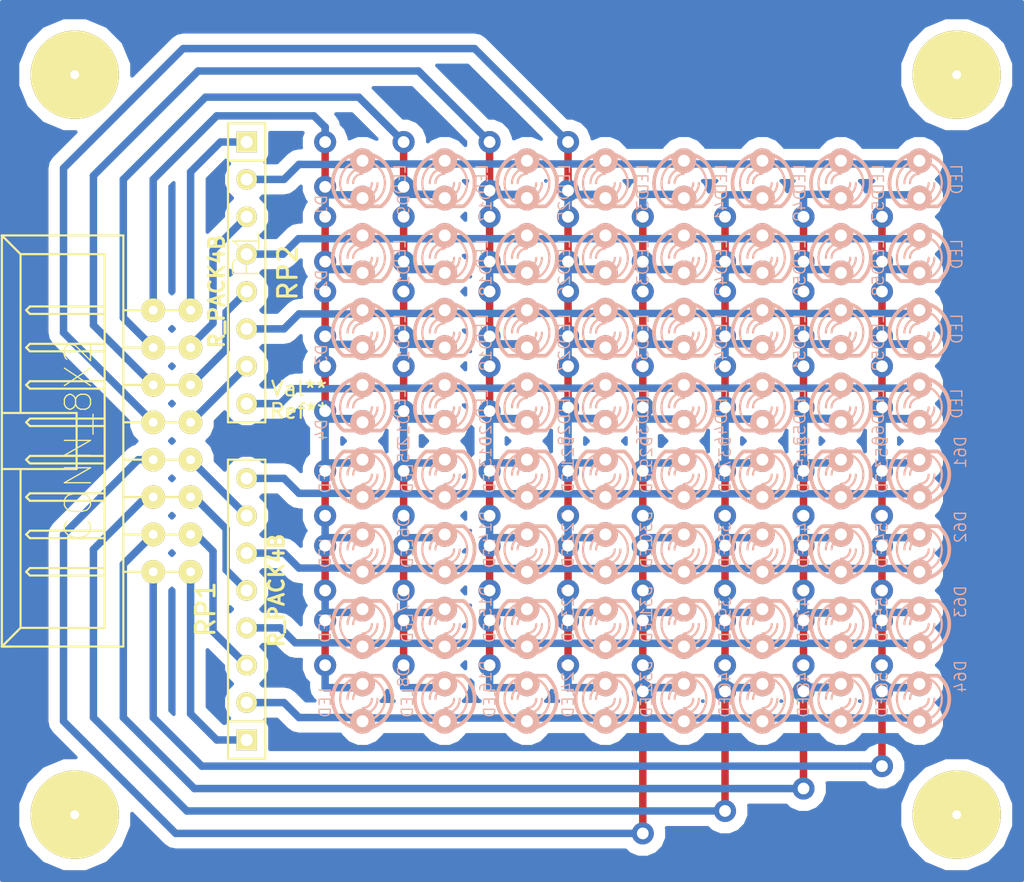
<source format=kicad_pcb>
(kicad_pcb (version 3) (host pcbnew "(2013-04-19 BZR 4011)-stable")
  (layers (15 F.Cu signal) (0 B.Cu signal) (18 B.Paste user) (19 F.Paste user) (20 B.SilkS user) (21 F.SilkS user) (22 B.Mask user) (23 F.Mask user) (28 Edge.Cuts user))
  (net 0 "")
  (net 1 N-000001)
  (net 2 N-0000010)
  (net 3 N-0000011)
  (net 4 N-0000012)
  (net 5 N-0000013)
  (net 6 N-0000014)
  (net 7 N-0000015)
  (net 8 N-0000016)
  (net 9 N-0000017)
  (net 10 N-0000018)
  (net 11 N-0000019)
  (net 12 N-000002)
  (net 13 N-0000020)
  (net 14 N-0000021)
  (net 15 N-0000022)
  (net 16 N-0000023)
  (net 17 N-0000024)
  (net 18 N-000003)
  (net 19 N-000004)
  (net 20 N-000005)
  (net 21 N-000006)
  (net 22 N-000007)
  (net 23 N-000008)
  (net 24 N-000009)
  (module r_pack4B (layer F.Cu) (at 191.516 159.004 90)
    (fp_text reference RP1 (at -1.27 -2.794 90) (layer F.SilkS) (effects (font (size 1.27 1.27) (thickness 0.2032))))
    (fp_text value R_PACK4B (at 0 2.032 90) (layer F.SilkS) (effects (font (size 1.016 1.016) (thickness 0.2032))))
    (pad 1 thru_hole rect (at -10.16 0 90) (size 1.397 1.397) (drill 0.8128) (layers *.Cu *.Mask F.SilkS) (net 23 N-000008))
    (pad 2 thru_hole circle (at -7.62 0 90) (size 1.397 1.397) (drill 0.8128) (layers *.Cu *.Mask F.SilkS) (net 19 N-000004))
    (pad 3 thru_hole circle (at -5.08 0 90) (size 1.397 1.397) (drill 0.8128) (layers *.Cu *.Mask F.SilkS) (net 22 N-000007))
    (pad 4 thru_hole circle (at -2.54 0 90) (size 1.397 1.397) (drill 0.8128) (layers *.Cu *.Mask F.SilkS) (net 11 N-0000019))
    (pad 5 thru_hole circle (at 0 0 90) (size 1.397 1.397) (drill 0.8128) (layers *.Cu *.Mask F.SilkS) (net 21 N-000006))
    (pad 6 thru_hole circle (at 2.54 0 90) (size 1.397 1.397) (drill 0.8128) (layers *.Cu *.Mask F.SilkS) (net 15 N-0000022))
    (pad 7 thru_hole circle (at 5.08 0 90) (size 1.397 1.397) (drill 0.8128) (layers *.Cu *.Mask F.SilkS) (net 20 N-000005))
    (pad 8 thru_hole circle (at 7.62 0 90) (size 1.397 1.397) (drill 0.8128) (layers *.Cu *.Mask F.SilkS) (net 16 N-0000023))
  )
  (module r_pack4B (layer F.Cu) (at 191.516 138.684 270)
    (fp_text reference RP2 (at -1.27 -2.794 270) (layer F.SilkS) (effects (font (size 1.27 1.27) (thickness 0.2032))))
    (fp_text value R_PACK4B (at 0 2.032 270) (layer F.SilkS) (effects (font (size 1.016 1.016) (thickness 0.2032))))
    (pad 1 thru_hole rect (at -10.16 0 270) (size 1.397 1.397) (drill 0.8128) (layers *.Cu *.Mask F.SilkS) (net 4 N-0000012))
    (pad 2 thru_hole circle (at -7.62 0 270) (size 1.397 1.397) (drill 0.8128) (layers *.Cu *.Mask F.SilkS) (net 10 N-0000018))
    (pad 3 thru_hole circle (at -5.08 0 270) (size 1.397 1.397) (drill 0.8128) (layers *.Cu *.Mask F.SilkS) (net 3 N-0000011))
    (pad 4 thru_hole circle (at -2.54 0 270) (size 1.397 1.397) (drill 0.8128) (layers *.Cu *.Mask F.SilkS) (net 13 N-0000020))
    (pad 5 thru_hole circle (at 0 0 270) (size 1.397 1.397) (drill 0.8128) (layers *.Cu *.Mask F.SilkS) (net 2 N-0000010))
    (pad 6 thru_hole circle (at 2.54 0 270) (size 1.397 1.397) (drill 0.8128) (layers *.Cu *.Mask F.SilkS) (net 17 N-0000024))
    (pad 7 thru_hole circle (at 5.08 0 270) (size 1.397 1.397) (drill 0.8128) (layers *.Cu *.Mask F.SilkS) (net 24 N-000009))
    (pad 8 thru_hole circle (at 7.62 0 270) (size 1.397 1.397) (drill 0.8128) (layers *.Cu *.Mask F.SilkS) (net 14 N-0000021))
  )
  (module pad (layer F.Cu) (at 195.072 146.304)
    (fp_text reference Ref** (at 0 0.508) (layer F.SilkS))
    (fp_text value Val** (at 0 -1.016) (layer F.SilkS))
  )
  (module pad (layer F.Cu) (at 239.776 123.952)
    (fp_text reference Ref** (at 0 0.508) (layer F.SilkS))
    (fp_text value Val** (at 0 -1.016) (layer F.SilkS))
    (pad "" thru_hole circle (at 0 0) (size 6 6) (drill 0.6) (layers *.Cu *.Mask F.SilkS))
  )
  (module pad (layer F.Cu) (at 239.776 174.244)
    (fp_text reference Ref** (at 0 0.508) (layer F.SilkS))
    (fp_text value Val** (at 0 -1.016) (layer F.SilkS))
    (pad "" thru_hole circle (at 0 0) (size 6 6) (drill 0.6) (layers *.Cu *.Mask F.SilkS))
  )
  (module pad (layer F.Cu) (at 179.832 174.244)
    (fp_text reference Ref** (at 0 0.508) (layer F.SilkS))
    (fp_text value Val** (at 0 -1.016) (layer F.SilkS))
    (pad "" thru_hole circle (at 0 0) (size 6 6) (drill 0.6) (layers *.Cu *.Mask F.SilkS))
  )
  (module pad (layer F.Cu) (at 179.832 123.952)
    (fp_text reference Ref** (at 0 0.508) (layer F.SilkS))
    (fp_text value Val** (at 0 -1.016) (layer F.SilkS))
    (pad "" thru_hole circle (at 0 0) (size 6 6) (drill 0.6) (layers *.Cu *.Mask F.SilkS))
  )
  (module VASCH8x2-90 (layer F.Cu) (at 186.436 148.844 270)
    (fp_text reference P1 (at -12.7 -5.08 270) (layer F.SilkS) (effects (font (size 1.778 1.778) (thickness 0.0889))))
    (fp_text value CONN_8X2 (at 0 6.35 270) (layer F.SilkS) (effects (font (size 1.778 1.778) (thickness 0.0889))))
    (pad 1 thru_hole circle (at -8.89 1.27 270) (size 1.6 1.6) (drill 0.6) (layers *.Cu F.Paste F.SilkS F.Mask) (net 18 N-000003))
    (pad 2 thru_hole circle (at -8.89 -1.27 270) (size 1.6 1.6) (drill 0.6) (layers *.Cu F.Paste F.SilkS F.Mask) (net 4 N-0000012))
    (pad 3 thru_hole circle (at -6.35 1.27 270) (size 1.6 1.6) (drill 0.6) (layers *.Cu F.Paste F.SilkS F.Mask) (net 12 N-000002))
    (pad 4 thru_hole circle (at -6.35 -1.27 270) (size 1.6 1.6) (drill 0.6) (layers *.Cu F.Paste F.SilkS F.Mask) (net 3 N-0000011))
    (pad 5 thru_hole circle (at -3.81 1.27 270) (size 1.6 1.6) (drill 0.6) (layers *.Cu F.Paste F.SilkS F.Mask) (net 1 N-000001))
    (pad 6 thru_hole circle (at -3.81 -1.27 270) (size 1.6 1.6) (drill 0.6) (layers *.Cu F.Paste F.SilkS F.Mask) (net 2 N-0000010))
    (pad 7 thru_hole circle (at -1.27 1.27 270) (size 1.6 1.6) (drill 0.6) (layers *.Cu F.Paste F.SilkS F.Mask) (net 5 N-0000013))
    (pad 8 thru_hole circle (at -1.27 -1.27 270) (size 1.6 1.6) (drill 0.6) (layers *.Cu F.Paste F.SilkS F.Mask) (net 24 N-000009))
    (pad 9 thru_hole circle (at 1.27 1.27 270) (size 1.6 1.6) (drill 0.6) (layers *.Cu F.Paste F.SilkS F.Mask) (net 9 N-0000017))
    (pad 10 thru_hole circle (at 1.27 -1.27 270) (size 1.6 1.6) (drill 0.6) (layers *.Cu F.Paste F.SilkS F.Mask) (net 20 N-000005))
    (pad 11 thru_hole circle (at 3.81 1.27 270) (size 1.6 1.6) (drill 0.6) (layers *.Cu F.Paste F.SilkS F.Mask) (net 8 N-0000016))
    (pad 12 thru_hole circle (at 3.81 -1.27 270) (size 1.6 1.6) (drill 0.6) (layers *.Cu F.Paste F.SilkS F.Mask) (net 21 N-000006))
    (pad 13 thru_hole circle (at 6.35 1.27 270) (size 1.6 1.6) (drill 0.6) (layers *.Cu F.Paste F.SilkS F.Mask) (net 7 N-0000015))
    (pad 14 thru_hole circle (at 6.35 -1.27 270) (size 1.6 1.6) (drill 0.6) (layers *.Cu F.Paste F.SilkS F.Mask) (net 22 N-000007))
    (pad 15 thru_hole circle (at 8.89 1.27 270) (size 1.6 1.6) (drill 0.6) (layers *.Cu F.Paste F.SilkS F.Mask) (net 6 N-0000014))
    (pad 16 thru_hole circle (at 8.89 -1.27 270) (size 1.6 1.6) (drill 0.6) (layers *.Cu F.Paste F.SilkS F.Mask) (net 23 N-000008))
  )
  (module LED-3MM (layer B.Cu) (at 215.9 166.624 90)
    (fp_text reference D32 (at 1.778 2.794 90) (layer B.SilkS) (effects (font (size 0.762 0.762) (thickness 0.0889)) (justify mirror)))
    (fp_text value LED (at 0 -2.54 90) (layer B.SilkS) (effects (font (size 0.762 0.762) (thickness 0.0889)) (justify mirror)))
    (pad 1 thru_hole circle (at -1.27 0 90) (size 1.6764 1.6764) (drill 0.8128) (layers *.Cu *.Mask B.SilkS) (net 19 N-000004))
    (pad 2 thru_hole circle (at 1.27 0 90) (size 1.6764 1.6764) (drill 0.8128) (layers *.Cu *.Mask B.SilkS) (net 5 N-0000013))
  )
  (module LED-3MM (layer B.Cu) (at 204.978 141.224 270)
    (fp_text reference D11 (at 1.778 2.794 270) (layer B.SilkS) (effects (font (size 0.762 0.762) (thickness 0.0889)) (justify mirror)))
    (fp_text value LED (at 0 -2.54 270) (layer B.SilkS) (effects (font (size 0.762 0.762) (thickness 0.0889)) (justify mirror)))
    (pad 1 thru_hole circle (at -1.27 0 270) (size 1.6764 1.6764) (drill 0.8128) (layers *.Cu *.Mask B.SilkS) (net 17 N-0000024))
    (pad 2 thru_hole circle (at 1.27 0 270) (size 1.6764 1.6764) (drill 0.8128) (layers *.Cu *.Mask B.SilkS) (net 12 N-000002))
  )
  (module LED-3MM (layer B.Cu) (at 210.566 166.624 90)
    (fp_text reference D24 (at 1.778 2.794 90) (layer B.SilkS) (effects (font (size 0.762 0.762) (thickness 0.0889)) (justify mirror)))
    (fp_text value LED (at 0 -2.54 90) (layer B.SilkS) (effects (font (size 0.762 0.762) (thickness 0.0889)) (justify mirror)))
    (pad 1 thru_hole circle (at -1.27 0 90) (size 1.6764 1.6764) (drill 0.8128) (layers *.Cu *.Mask B.SilkS) (net 19 N-000004))
    (pad 2 thru_hole circle (at 1.27 0 90) (size 1.6764 1.6764) (drill 0.8128) (layers *.Cu *.Mask B.SilkS) (net 1 N-000001))
  )
  (module LED-3MM (layer B.Cu) (at 210.566 161.544 90)
    (fp_text reference D23 (at 1.778 2.794 90) (layer B.SilkS) (effects (font (size 0.762 0.762) (thickness 0.0889)) (justify mirror)))
    (fp_text value LED (at 0 -2.54 90) (layer B.SilkS) (effects (font (size 0.762 0.762) (thickness 0.0889)) (justify mirror)))
    (pad 1 thru_hole circle (at -1.27 0 90) (size 1.6764 1.6764) (drill 0.8128) (layers *.Cu *.Mask B.SilkS) (net 11 N-0000019))
    (pad 2 thru_hole circle (at 1.27 0 90) (size 1.6764 1.6764) (drill 0.8128) (layers *.Cu *.Mask B.SilkS) (net 1 N-000001))
  )
  (module LED-3MM (layer B.Cu) (at 210.566 156.464 90)
    (fp_text reference D22 (at 1.778 2.794 90) (layer B.SilkS) (effects (font (size 0.762 0.762) (thickness 0.0889)) (justify mirror)))
    (fp_text value LED (at 0 -2.54 90) (layer B.SilkS) (effects (font (size 0.762 0.762) (thickness 0.0889)) (justify mirror)))
    (pad 1 thru_hole circle (at -1.27 0 90) (size 1.6764 1.6764) (drill 0.8128) (layers *.Cu *.Mask B.SilkS) (net 15 N-0000022))
    (pad 2 thru_hole circle (at 1.27 0 90) (size 1.6764 1.6764) (drill 0.8128) (layers *.Cu *.Mask B.SilkS) (net 1 N-000001))
  )
  (module LED-3MM (layer B.Cu) (at 210.566 151.384 90)
    (fp_text reference D21 (at 1.778 2.794 90) (layer B.SilkS) (effects (font (size 0.762 0.762) (thickness 0.0889)) (justify mirror)))
    (fp_text value LED (at 0 -2.54 90) (layer B.SilkS) (effects (font (size 0.762 0.762) (thickness 0.0889)) (justify mirror)))
    (pad 1 thru_hole circle (at -1.27 0 90) (size 1.6764 1.6764) (drill 0.8128) (layers *.Cu *.Mask B.SilkS) (net 16 N-0000023))
    (pad 2 thru_hole circle (at 1.27 0 90) (size 1.6764 1.6764) (drill 0.8128) (layers *.Cu *.Mask B.SilkS) (net 1 N-000001))
  )
  (module LED-3MM (layer B.Cu) (at 210.566 146.304 270)
    (fp_text reference D20 (at 1.778 2.794 270) (layer B.SilkS) (effects (font (size 0.762 0.762) (thickness 0.0889)) (justify mirror)))
    (fp_text value LED (at 0 -2.54 270) (layer B.SilkS) (effects (font (size 0.762 0.762) (thickness 0.0889)) (justify mirror)))
    (pad 1 thru_hole circle (at -1.27 0 270) (size 1.6764 1.6764) (drill 0.8128) (layers *.Cu *.Mask B.SilkS) (net 14 N-0000021))
    (pad 2 thru_hole circle (at 1.27 0 270) (size 1.6764 1.6764) (drill 0.8128) (layers *.Cu *.Mask B.SilkS) (net 1 N-000001))
  )
  (module LED-3MM (layer B.Cu) (at 210.566 141.224 270)
    (fp_text reference D19 (at 1.778 2.794 270) (layer B.SilkS) (effects (font (size 0.762 0.762) (thickness 0.0889)) (justify mirror)))
    (fp_text value LED (at 0 -2.54 270) (layer B.SilkS) (effects (font (size 0.762 0.762) (thickness 0.0889)) (justify mirror)))
    (pad 1 thru_hole circle (at -1.27 0 270) (size 1.6764 1.6764) (drill 0.8128) (layers *.Cu *.Mask B.SilkS) (net 17 N-0000024))
    (pad 2 thru_hole circle (at 1.27 0 270) (size 1.6764 1.6764) (drill 0.8128) (layers *.Cu *.Mask B.SilkS) (net 1 N-000001))
  )
  (module LED-3MM (layer B.Cu) (at 210.566 136.144 270)
    (fp_text reference D18 (at 1.778 2.794 270) (layer B.SilkS) (effects (font (size 0.762 0.762) (thickness 0.0889)) (justify mirror)))
    (fp_text value LED (at 0 -2.54 270) (layer B.SilkS) (effects (font (size 0.762 0.762) (thickness 0.0889)) (justify mirror)))
    (pad 1 thru_hole circle (at -1.27 0 270) (size 1.6764 1.6764) (drill 0.8128) (layers *.Cu *.Mask B.SilkS) (net 13 N-0000020))
    (pad 2 thru_hole circle (at 1.27 0 270) (size 1.6764 1.6764) (drill 0.8128) (layers *.Cu *.Mask B.SilkS) (net 1 N-000001))
  )
  (module LED-3MM (layer B.Cu) (at 210.566 131.064 270)
    (fp_text reference D17 (at 1.778 2.794 270) (layer B.SilkS) (effects (font (size 0.762 0.762) (thickness 0.0889)) (justify mirror)))
    (fp_text value LED (at 0 -2.54 270) (layer B.SilkS) (effects (font (size 0.762 0.762) (thickness 0.0889)) (justify mirror)))
    (pad 1 thru_hole circle (at -1.27 0 270) (size 1.6764 1.6764) (drill 0.8128) (layers *.Cu *.Mask B.SilkS) (net 10 N-0000018))
    (pad 2 thru_hole circle (at 1.27 0 270) (size 1.6764 1.6764) (drill 0.8128) (layers *.Cu *.Mask B.SilkS) (net 1 N-000001))
  )
  (module LED-3MM (layer B.Cu) (at 204.978 136.144 270)
    (fp_text reference D10 (at 1.778 2.794 270) (layer B.SilkS) (effects (font (size 0.762 0.762) (thickness 0.0889)) (justify mirror)))
    (fp_text value LED (at 0 -2.54 270) (layer B.SilkS) (effects (font (size 0.762 0.762) (thickness 0.0889)) (justify mirror)))
    (pad 1 thru_hole circle (at -1.27 0 270) (size 1.6764 1.6764) (drill 0.8128) (layers *.Cu *.Mask B.SilkS) (net 13 N-0000020))
    (pad 2 thru_hole circle (at 1.27 0 270) (size 1.6764 1.6764) (drill 0.8128) (layers *.Cu *.Mask B.SilkS) (net 12 N-000002))
  )
  (module LED-3MM (layer B.Cu) (at 215.9 161.544 90)
    (fp_text reference D31 (at 1.778 2.794 90) (layer B.SilkS) (effects (font (size 0.762 0.762) (thickness 0.0889)) (justify mirror)))
    (fp_text value LED (at 0 -2.54 90) (layer B.SilkS) (effects (font (size 0.762 0.762) (thickness 0.0889)) (justify mirror)))
    (pad 1 thru_hole circle (at -1.27 0 90) (size 1.6764 1.6764) (drill 0.8128) (layers *.Cu *.Mask B.SilkS) (net 11 N-0000019))
    (pad 2 thru_hole circle (at 1.27 0 90) (size 1.6764 1.6764) (drill 0.8128) (layers *.Cu *.Mask B.SilkS) (net 5 N-0000013))
  )
  (module LED-3MM (layer B.Cu) (at 215.9 156.464 90)
    (fp_text reference D30 (at 1.778 2.794 90) (layer B.SilkS) (effects (font (size 0.762 0.762) (thickness 0.0889)) (justify mirror)))
    (fp_text value LED (at 0 -2.54 90) (layer B.SilkS) (effects (font (size 0.762 0.762) (thickness 0.0889)) (justify mirror)))
    (pad 1 thru_hole circle (at -1.27 0 90) (size 1.6764 1.6764) (drill 0.8128) (layers *.Cu *.Mask B.SilkS) (net 15 N-0000022))
    (pad 2 thru_hole circle (at 1.27 0 90) (size 1.6764 1.6764) (drill 0.8128) (layers *.Cu *.Mask B.SilkS) (net 5 N-0000013))
  )
  (module LED-3MM (layer B.Cu) (at 215.9 151.384 90)
    (fp_text reference D29 (at 1.778 2.794 90) (layer B.SilkS) (effects (font (size 0.762 0.762) (thickness 0.0889)) (justify mirror)))
    (fp_text value LED (at 0 -2.54 90) (layer B.SilkS) (effects (font (size 0.762 0.762) (thickness 0.0889)) (justify mirror)))
    (pad 1 thru_hole circle (at -1.27 0 90) (size 1.6764 1.6764) (drill 0.8128) (layers *.Cu *.Mask B.SilkS) (net 16 N-0000023))
    (pad 2 thru_hole circle (at 1.27 0 90) (size 1.6764 1.6764) (drill 0.8128) (layers *.Cu *.Mask B.SilkS) (net 5 N-0000013))
  )
  (module LED-3MM (layer B.Cu) (at 215.9 146.304 270)
    (fp_text reference D28 (at 1.778 2.794 270) (layer B.SilkS) (effects (font (size 0.762 0.762) (thickness 0.0889)) (justify mirror)))
    (fp_text value LED (at 0 -2.54 270) (layer B.SilkS) (effects (font (size 0.762 0.762) (thickness 0.0889)) (justify mirror)))
    (pad 1 thru_hole circle (at -1.27 0 270) (size 1.6764 1.6764) (drill 0.8128) (layers *.Cu *.Mask B.SilkS) (net 14 N-0000021))
    (pad 2 thru_hole circle (at 1.27 0 270) (size 1.6764 1.6764) (drill 0.8128) (layers *.Cu *.Mask B.SilkS) (net 5 N-0000013))
  )
  (module LED-3MM (layer B.Cu) (at 215.9 141.224 270)
    (fp_text reference D27 (at 1.778 2.794 270) (layer B.SilkS) (effects (font (size 0.762 0.762) (thickness 0.0889)) (justify mirror)))
    (fp_text value LED (at 0 -2.54 270) (layer B.SilkS) (effects (font (size 0.762 0.762) (thickness 0.0889)) (justify mirror)))
    (pad 1 thru_hole circle (at -1.27 0 270) (size 1.6764 1.6764) (drill 0.8128) (layers *.Cu *.Mask B.SilkS) (net 17 N-0000024))
    (pad 2 thru_hole circle (at 1.27 0 270) (size 1.6764 1.6764) (drill 0.8128) (layers *.Cu *.Mask B.SilkS) (net 5 N-0000013))
  )
  (module LED-3MM (layer B.Cu) (at 204.978 146.304 270)
    (fp_text reference D12 (at 1.778 2.794 270) (layer B.SilkS) (effects (font (size 0.762 0.762) (thickness 0.0889)) (justify mirror)))
    (fp_text value LED (at 0 -2.54 270) (layer B.SilkS) (effects (font (size 0.762 0.762) (thickness 0.0889)) (justify mirror)))
    (pad 1 thru_hole circle (at -1.27 0 270) (size 1.6764 1.6764) (drill 0.8128) (layers *.Cu *.Mask B.SilkS) (net 14 N-0000021))
    (pad 2 thru_hole circle (at 1.27 0 270) (size 1.6764 1.6764) (drill 0.8128) (layers *.Cu *.Mask B.SilkS) (net 12 N-000002))
  )
  (module LED-3MM (layer B.Cu) (at 215.9 136.144 270)
    (fp_text reference D26 (at 1.778 2.794 270) (layer B.SilkS) (effects (font (size 0.762 0.762) (thickness 0.0889)) (justify mirror)))
    (fp_text value LED (at 0 -2.54 270) (layer B.SilkS) (effects (font (size 0.762 0.762) (thickness 0.0889)) (justify mirror)))
    (pad 1 thru_hole circle (at -1.27 0 270) (size 1.6764 1.6764) (drill 0.8128) (layers *.Cu *.Mask B.SilkS) (net 13 N-0000020))
    (pad 2 thru_hole circle (at 1.27 0 270) (size 1.6764 1.6764) (drill 0.8128) (layers *.Cu *.Mask B.SilkS) (net 5 N-0000013))
  )
  (module LED-3MM (layer B.Cu) (at 204.978 151.384 90)
    (fp_text reference D13 (at 1.778 2.794 90) (layer B.SilkS) (effects (font (size 0.762 0.762) (thickness 0.0889)) (justify mirror)))
    (fp_text value LED (at 0 -2.54 90) (layer B.SilkS) (effects (font (size 0.762 0.762) (thickness 0.0889)) (justify mirror)))
    (pad 1 thru_hole circle (at -1.27 0 90) (size 1.6764 1.6764) (drill 0.8128) (layers *.Cu *.Mask B.SilkS) (net 16 N-0000023))
    (pad 2 thru_hole circle (at 1.27 0 90) (size 1.6764 1.6764) (drill 0.8128) (layers *.Cu *.Mask B.SilkS) (net 12 N-000002))
  )
  (module LED-3MM (layer B.Cu) (at 204.978 156.464 90)
    (fp_text reference D14 (at 1.778 2.794 90) (layer B.SilkS) (effects (font (size 0.762 0.762) (thickness 0.0889)) (justify mirror)))
    (fp_text value LED (at 0 -2.54 90) (layer B.SilkS) (effects (font (size 0.762 0.762) (thickness 0.0889)) (justify mirror)))
    (pad 1 thru_hole circle (at -1.27 0 90) (size 1.6764 1.6764) (drill 0.8128) (layers *.Cu *.Mask B.SilkS) (net 15 N-0000022))
    (pad 2 thru_hole circle (at 1.27 0 90) (size 1.6764 1.6764) (drill 0.8128) (layers *.Cu *.Mask B.SilkS) (net 12 N-000002))
  )
  (module LED-3MM (layer B.Cu) (at 204.978 161.544 90)
    (fp_text reference D15 (at 1.778 2.794 90) (layer B.SilkS) (effects (font (size 0.762 0.762) (thickness 0.0889)) (justify mirror)))
    (fp_text value LED (at 0 -2.54 90) (layer B.SilkS) (effects (font (size 0.762 0.762) (thickness 0.0889)) (justify mirror)))
    (pad 1 thru_hole circle (at -1.27 0 90) (size 1.6764 1.6764) (drill 0.8128) (layers *.Cu *.Mask B.SilkS) (net 11 N-0000019))
    (pad 2 thru_hole circle (at 1.27 0 90) (size 1.6764 1.6764) (drill 0.8128) (layers *.Cu *.Mask B.SilkS) (net 12 N-000002))
  )
  (module LED-3MM (layer B.Cu) (at 204.978 131.064 270)
    (fp_text reference D9 (at 1.778 2.794 270) (layer B.SilkS) (effects (font (size 0.762 0.762) (thickness 0.0889)) (justify mirror)))
    (fp_text value LED (at 0 -2.54 270) (layer B.SilkS) (effects (font (size 0.762 0.762) (thickness 0.0889)) (justify mirror)))
    (pad 1 thru_hole circle (at -1.27 0 270) (size 1.6764 1.6764) (drill 0.8128) (layers *.Cu *.Mask B.SilkS) (net 10 N-0000018))
    (pad 2 thru_hole circle (at 1.27 0 270) (size 1.6764 1.6764) (drill 0.8128) (layers *.Cu *.Mask B.SilkS) (net 12 N-000002))
  )
  (module LED-3MM (layer B.Cu) (at 204.978 166.624 90)
    (fp_text reference D16 (at 1.778 2.794 90) (layer B.SilkS) (effects (font (size 0.762 0.762) (thickness 0.0889)) (justify mirror)))
    (fp_text value LED (at 0 -2.54 90) (layer B.SilkS) (effects (font (size 0.762 0.762) (thickness 0.0889)) (justify mirror)))
    (pad 1 thru_hole circle (at -1.27 0 90) (size 1.6764 1.6764) (drill 0.8128) (layers *.Cu *.Mask B.SilkS) (net 19 N-000004))
    (pad 2 thru_hole circle (at 1.27 0 90) (size 1.6764 1.6764) (drill 0.8128) (layers *.Cu *.Mask B.SilkS) (net 12 N-000002))
  )
  (module LED-3MM (layer B.Cu) (at 199.39 131.064 270)
    (fp_text reference D1 (at 1.778 2.794 270) (layer B.SilkS) (effects (font (size 0.762 0.762) (thickness 0.0889)) (justify mirror)))
    (fp_text value LED (at 0 -2.54 270) (layer B.SilkS) (effects (font (size 0.762 0.762) (thickness 0.0889)) (justify mirror)))
    (pad 1 thru_hole circle (at -1.27 0 270) (size 1.6764 1.6764) (drill 0.8128) (layers *.Cu *.Mask B.SilkS) (net 10 N-0000018))
    (pad 2 thru_hole circle (at 1.27 0 270) (size 1.6764 1.6764) (drill 0.8128) (layers *.Cu *.Mask B.SilkS) (net 18 N-000003))
  )
  (module LED-3MM (layer B.Cu) (at 199.39 136.144 270)
    (fp_text reference D2 (at 1.778 2.794 270) (layer B.SilkS) (effects (font (size 0.762 0.762) (thickness 0.0889)) (justify mirror)))
    (fp_text value LED (at 0 -2.54 270) (layer B.SilkS) (effects (font (size 0.762 0.762) (thickness 0.0889)) (justify mirror)))
    (pad 1 thru_hole circle (at -1.27 0 270) (size 1.6764 1.6764) (drill 0.8128) (layers *.Cu *.Mask B.SilkS) (net 13 N-0000020))
    (pad 2 thru_hole circle (at 1.27 0 270) (size 1.6764 1.6764) (drill 0.8128) (layers *.Cu *.Mask B.SilkS) (net 18 N-000003))
  )
  (module LED-3MM (layer B.Cu) (at 199.39 141.224 270)
    (fp_text reference D3 (at 1.778 2.794 270) (layer B.SilkS) (effects (font (size 0.762 0.762) (thickness 0.0889)) (justify mirror)))
    (fp_text value LED (at 0 -2.54 270) (layer B.SilkS) (effects (font (size 0.762 0.762) (thickness 0.0889)) (justify mirror)))
    (pad 1 thru_hole circle (at -1.27 0 270) (size 1.6764 1.6764) (drill 0.8128) (layers *.Cu *.Mask B.SilkS) (net 17 N-0000024))
    (pad 2 thru_hole circle (at 1.27 0 270) (size 1.6764 1.6764) (drill 0.8128) (layers *.Cu *.Mask B.SilkS) (net 18 N-000003))
  )
  (module LED-3MM (layer B.Cu) (at 199.39 146.304 270)
    (fp_text reference D4 (at 1.778 2.794 270) (layer B.SilkS) (effects (font (size 0.762 0.762) (thickness 0.0889)) (justify mirror)))
    (fp_text value LED (at 0 -2.54 270) (layer B.SilkS) (effects (font (size 0.762 0.762) (thickness 0.0889)) (justify mirror)))
    (pad 1 thru_hole circle (at -1.27 0 270) (size 1.6764 1.6764) (drill 0.8128) (layers *.Cu *.Mask B.SilkS) (net 14 N-0000021))
    (pad 2 thru_hole circle (at 1.27 0 270) (size 1.6764 1.6764) (drill 0.8128) (layers *.Cu *.Mask B.SilkS) (net 18 N-000003))
  )
  (module LED-3MM (layer B.Cu) (at 199.39 151.384 90)
    (fp_text reference D5 (at 1.778 2.794 90) (layer B.SilkS) (effects (font (size 0.762 0.762) (thickness 0.0889)) (justify mirror)))
    (fp_text value LED (at 0 -2.54 90) (layer B.SilkS) (effects (font (size 0.762 0.762) (thickness 0.0889)) (justify mirror)))
    (pad 1 thru_hole circle (at -1.27 0 90) (size 1.6764 1.6764) (drill 0.8128) (layers *.Cu *.Mask B.SilkS) (net 16 N-0000023))
    (pad 2 thru_hole circle (at 1.27 0 90) (size 1.6764 1.6764) (drill 0.8128) (layers *.Cu *.Mask B.SilkS) (net 18 N-000003))
  )
  (module LED-3MM (layer B.Cu) (at 199.39 156.464 90)
    (fp_text reference D6 (at 1.778 2.794 90) (layer B.SilkS) (effects (font (size 0.762 0.762) (thickness 0.0889)) (justify mirror)))
    (fp_text value LED (at 0 -2.54 90) (layer B.SilkS) (effects (font (size 0.762 0.762) (thickness 0.0889)) (justify mirror)))
    (pad 1 thru_hole circle (at -1.27 0 90) (size 1.6764 1.6764) (drill 0.8128) (layers *.Cu *.Mask B.SilkS) (net 15 N-0000022))
    (pad 2 thru_hole circle (at 1.27 0 90) (size 1.6764 1.6764) (drill 0.8128) (layers *.Cu *.Mask B.SilkS) (net 18 N-000003))
  )
  (module LED-3MM (layer B.Cu) (at 199.39 161.544 90)
    (fp_text reference D7 (at 1.778 2.794 90) (layer B.SilkS) (effects (font (size 0.762 0.762) (thickness 0.0889)) (justify mirror)))
    (fp_text value LED (at 0 -2.54 90) (layer B.SilkS) (effects (font (size 0.762 0.762) (thickness 0.0889)) (justify mirror)))
    (pad 1 thru_hole circle (at -1.27 0 90) (size 1.6764 1.6764) (drill 0.8128) (layers *.Cu *.Mask B.SilkS) (net 11 N-0000019))
    (pad 2 thru_hole circle (at 1.27 0 90) (size 1.6764 1.6764) (drill 0.8128) (layers *.Cu *.Mask B.SilkS) (net 18 N-000003))
  )
  (module LED-3MM (layer B.Cu) (at 199.39 166.624 90)
    (fp_text reference D8 (at 1.778 2.794 90) (layer B.SilkS) (effects (font (size 0.762 0.762) (thickness 0.0889)) (justify mirror)))
    (fp_text value LED (at 0 -2.54 90) (layer B.SilkS) (effects (font (size 0.762 0.762) (thickness 0.0889)) (justify mirror)))
    (pad 1 thru_hole circle (at -1.27 0 90) (size 1.6764 1.6764) (drill 0.8128) (layers *.Cu *.Mask B.SilkS) (net 19 N-000004))
    (pad 2 thru_hole circle (at 1.27 0 90) (size 1.6764 1.6764) (drill 0.8128) (layers *.Cu *.Mask B.SilkS) (net 18 N-000003))
  )
  (module LED-3MM (layer B.Cu) (at 237.236 141.224 270)
    (fp_text reference D59 (at 1.778 2.794 270) (layer B.SilkS) (effects (font (size 0.762 0.762) (thickness 0.0889)) (justify mirror)))
    (fp_text value LED (at 0 -2.54 270) (layer B.SilkS) (effects (font (size 0.762 0.762) (thickness 0.0889)) (justify mirror)))
    (pad 1 thru_hole circle (at -1.27 0 270) (size 1.6764 1.6764) (drill 0.8128) (layers *.Cu *.Mask B.SilkS) (net 17 N-0000024))
    (pad 2 thru_hole circle (at 1.27 0 270) (size 1.6764 1.6764) (drill 0.8128) (layers *.Cu *.Mask B.SilkS) (net 6 N-0000014))
  )
  (module LED-3MM (layer B.Cu) (at 226.568 131.064 270)
    (fp_text reference D41 (at 1.778 2.794 270) (layer B.SilkS) (effects (font (size 0.762 0.762) (thickness 0.0889)) (justify mirror)))
    (fp_text value LED (at 0 -2.54 270) (layer B.SilkS) (effects (font (size 0.762 0.762) (thickness 0.0889)) (justify mirror)))
    (pad 1 thru_hole circle (at -1.27 0 270) (size 1.6764 1.6764) (drill 0.8128) (layers *.Cu *.Mask B.SilkS) (net 10 N-0000018))
    (pad 2 thru_hole circle (at 1.27 0 270) (size 1.6764 1.6764) (drill 0.8128) (layers *.Cu *.Mask B.SilkS) (net 8 N-0000016))
  )
  (module LED-3MM (layer B.Cu) (at 237.236 166.624 90)
    (fp_text reference D64 (at 1.778 2.794 90) (layer B.SilkS) (effects (font (size 0.762 0.762) (thickness 0.0889)) (justify mirror)))
    (fp_text value LED (at 0 -2.54 90) (layer B.SilkS) (effects (font (size 0.762 0.762) (thickness 0.0889)) (justify mirror)))
    (pad 1 thru_hole circle (at -1.27 0 90) (size 1.6764 1.6764) (drill 0.8128) (layers *.Cu *.Mask B.SilkS) (net 19 N-000004))
    (pad 2 thru_hole circle (at 1.27 0 90) (size 1.6764 1.6764) (drill 0.8128) (layers *.Cu *.Mask B.SilkS) (net 6 N-0000014))
  )
  (module LED-3MM (layer B.Cu) (at 237.236 131.064 270)
    (fp_text reference D57 (at 1.778 2.794 270) (layer B.SilkS) (effects (font (size 0.762 0.762) (thickness 0.0889)) (justify mirror)))
    (fp_text value LED (at 0 -2.54 270) (layer B.SilkS) (effects (font (size 0.762 0.762) (thickness 0.0889)) (justify mirror)))
    (pad 1 thru_hole circle (at -1.27 0 270) (size 1.6764 1.6764) (drill 0.8128) (layers *.Cu *.Mask B.SilkS) (net 10 N-0000018))
    (pad 2 thru_hole circle (at 1.27 0 270) (size 1.6764 1.6764) (drill 0.8128) (layers *.Cu *.Mask B.SilkS) (net 6 N-0000014))
  )
  (module LED-3MM (layer B.Cu) (at 237.236 161.544 90)
    (fp_text reference D63 (at 1.778 2.794 90) (layer B.SilkS) (effects (font (size 0.762 0.762) (thickness 0.0889)) (justify mirror)))
    (fp_text value LED (at 0 -2.54 90) (layer B.SilkS) (effects (font (size 0.762 0.762) (thickness 0.0889)) (justify mirror)))
    (pad 1 thru_hole circle (at -1.27 0 90) (size 1.6764 1.6764) (drill 0.8128) (layers *.Cu *.Mask B.SilkS) (net 11 N-0000019))
    (pad 2 thru_hole circle (at 1.27 0 90) (size 1.6764 1.6764) (drill 0.8128) (layers *.Cu *.Mask B.SilkS) (net 6 N-0000014))
  )
  (module LED-3MM (layer B.Cu) (at 237.236 156.464 90)
    (fp_text reference D62 (at 1.778 2.794 90) (layer B.SilkS) (effects (font (size 0.762 0.762) (thickness 0.0889)) (justify mirror)))
    (fp_text value LED (at 0 -2.54 90) (layer B.SilkS) (effects (font (size 0.762 0.762) (thickness 0.0889)) (justify mirror)))
    (pad 1 thru_hole circle (at -1.27 0 90) (size 1.6764 1.6764) (drill 0.8128) (layers *.Cu *.Mask B.SilkS) (net 15 N-0000022))
    (pad 2 thru_hole circle (at 1.27 0 90) (size 1.6764 1.6764) (drill 0.8128) (layers *.Cu *.Mask B.SilkS) (net 6 N-0000014))
  )
  (module LED-3MM (layer B.Cu) (at 237.236 151.384 90)
    (fp_text reference D61 (at 1.778 2.794 90) (layer B.SilkS) (effects (font (size 0.762 0.762) (thickness 0.0889)) (justify mirror)))
    (fp_text value LED (at 0 -2.54 90) (layer B.SilkS) (effects (font (size 0.762 0.762) (thickness 0.0889)) (justify mirror)))
    (pad 1 thru_hole circle (at -1.27 0 90) (size 1.6764 1.6764) (drill 0.8128) (layers *.Cu *.Mask B.SilkS) (net 16 N-0000023))
    (pad 2 thru_hole circle (at 1.27 0 90) (size 1.6764 1.6764) (drill 0.8128) (layers *.Cu *.Mask B.SilkS) (net 6 N-0000014))
  )
  (module LED-3MM (layer B.Cu) (at 237.236 136.144 270)
    (fp_text reference D58 (at 1.778 2.794 270) (layer B.SilkS) (effects (font (size 0.762 0.762) (thickness 0.0889)) (justify mirror)))
    (fp_text value LED (at 0 -2.54 270) (layer B.SilkS) (effects (font (size 0.762 0.762) (thickness 0.0889)) (justify mirror)))
    (pad 1 thru_hole circle (at -1.27 0 270) (size 1.6764 1.6764) (drill 0.8128) (layers *.Cu *.Mask B.SilkS) (net 13 N-0000020))
    (pad 2 thru_hole circle (at 1.27 0 270) (size 1.6764 1.6764) (drill 0.8128) (layers *.Cu *.Mask B.SilkS) (net 6 N-0000014))
  )
  (module LED-3MM (layer B.Cu) (at 237.236 146.304 270)
    (fp_text reference D60 (at 1.778 2.794 270) (layer B.SilkS) (effects (font (size 0.762 0.762) (thickness 0.0889)) (justify mirror)))
    (fp_text value LED (at 0 -2.54 270) (layer B.SilkS) (effects (font (size 0.762 0.762) (thickness 0.0889)) (justify mirror)))
    (pad 1 thru_hole circle (at -1.27 0 270) (size 1.6764 1.6764) (drill 0.8128) (layers *.Cu *.Mask B.SilkS) (net 14 N-0000021))
    (pad 2 thru_hole circle (at 1.27 0 270) (size 1.6764 1.6764) (drill 0.8128) (layers *.Cu *.Mask B.SilkS) (net 6 N-0000014))
  )
  (module LED-3MM (layer B.Cu) (at 226.568 136.144 270)
    (fp_text reference D42 (at 1.778 2.794 270) (layer B.SilkS) (effects (font (size 0.762 0.762) (thickness 0.0889)) (justify mirror)))
    (fp_text value LED (at 0 -2.54 270) (layer B.SilkS) (effects (font (size 0.762 0.762) (thickness 0.0889)) (justify mirror)))
    (pad 1 thru_hole circle (at -1.27 0 270) (size 1.6764 1.6764) (drill 0.8128) (layers *.Cu *.Mask B.SilkS) (net 13 N-0000020))
    (pad 2 thru_hole circle (at 1.27 0 270) (size 1.6764 1.6764) (drill 0.8128) (layers *.Cu *.Mask B.SilkS) (net 8 N-0000016))
  )
  (module LED-3MM (layer B.Cu) (at 231.902 166.624 90)
    (fp_text reference D56 (at 1.778 2.794 90) (layer B.SilkS) (effects (font (size 0.762 0.762) (thickness 0.0889)) (justify mirror)))
    (fp_text value LED (at 0 -2.54 90) (layer B.SilkS) (effects (font (size 0.762 0.762) (thickness 0.0889)) (justify mirror)))
    (pad 1 thru_hole circle (at -1.27 0 90) (size 1.6764 1.6764) (drill 0.8128) (layers *.Cu *.Mask B.SilkS) (net 19 N-000004))
    (pad 2 thru_hole circle (at 1.27 0 90) (size 1.6764 1.6764) (drill 0.8128) (layers *.Cu *.Mask B.SilkS) (net 7 N-0000015))
  )
  (module LED-3MM (layer B.Cu) (at 231.902 131.064 270)
    (fp_text reference D49 (at 1.778 2.794 270) (layer B.SilkS) (effects (font (size 0.762 0.762) (thickness 0.0889)) (justify mirror)))
    (fp_text value LED (at 0 -2.54 270) (layer B.SilkS) (effects (font (size 0.762 0.762) (thickness 0.0889)) (justify mirror)))
    (pad 1 thru_hole circle (at -1.27 0 270) (size 1.6764 1.6764) (drill 0.8128) (layers *.Cu *.Mask B.SilkS) (net 10 N-0000018))
    (pad 2 thru_hole circle (at 1.27 0 270) (size 1.6764 1.6764) (drill 0.8128) (layers *.Cu *.Mask B.SilkS) (net 7 N-0000015))
  )
  (module LED-3MM (layer B.Cu) (at 231.902 161.544 90)
    (fp_text reference D55 (at 1.778 2.794 90) (layer B.SilkS) (effects (font (size 0.762 0.762) (thickness 0.0889)) (justify mirror)))
    (fp_text value LED (at 0 -2.54 90) (layer B.SilkS) (effects (font (size 0.762 0.762) (thickness 0.0889)) (justify mirror)))
    (pad 1 thru_hole circle (at -1.27 0 90) (size 1.6764 1.6764) (drill 0.8128) (layers *.Cu *.Mask B.SilkS) (net 11 N-0000019))
    (pad 2 thru_hole circle (at 1.27 0 90) (size 1.6764 1.6764) (drill 0.8128) (layers *.Cu *.Mask B.SilkS) (net 7 N-0000015))
  )
  (module LED-3MM (layer B.Cu) (at 231.902 156.464 90)
    (fp_text reference D54 (at 1.778 2.794 90) (layer B.SilkS) (effects (font (size 0.762 0.762) (thickness 0.0889)) (justify mirror)))
    (fp_text value LED (at 0 -2.54 90) (layer B.SilkS) (effects (font (size 0.762 0.762) (thickness 0.0889)) (justify mirror)))
    (pad 1 thru_hole circle (at -1.27 0 90) (size 1.6764 1.6764) (drill 0.8128) (layers *.Cu *.Mask B.SilkS) (net 15 N-0000022))
    (pad 2 thru_hole circle (at 1.27 0 90) (size 1.6764 1.6764) (drill 0.8128) (layers *.Cu *.Mask B.SilkS) (net 7 N-0000015))
  )
  (module LED-3MM (layer B.Cu) (at 231.902 151.384 90)
    (fp_text reference D53 (at 1.778 2.794 90) (layer B.SilkS) (effects (font (size 0.762 0.762) (thickness 0.0889)) (justify mirror)))
    (fp_text value LED (at 0 -2.54 90) (layer B.SilkS) (effects (font (size 0.762 0.762) (thickness 0.0889)) (justify mirror)))
    (pad 1 thru_hole circle (at -1.27 0 90) (size 1.6764 1.6764) (drill 0.8128) (layers *.Cu *.Mask B.SilkS) (net 16 N-0000023))
    (pad 2 thru_hole circle (at 1.27 0 90) (size 1.6764 1.6764) (drill 0.8128) (layers *.Cu *.Mask B.SilkS) (net 7 N-0000015))
  )
  (module LED-3MM (layer B.Cu) (at 231.902 136.144 270)
    (fp_text reference D50 (at 1.778 2.794 270) (layer B.SilkS) (effects (font (size 0.762 0.762) (thickness 0.0889)) (justify mirror)))
    (fp_text value LED (at 0 -2.54 270) (layer B.SilkS) (effects (font (size 0.762 0.762) (thickness 0.0889)) (justify mirror)))
    (pad 1 thru_hole circle (at -1.27 0 270) (size 1.6764 1.6764) (drill 0.8128) (layers *.Cu *.Mask B.SilkS) (net 13 N-0000020))
    (pad 2 thru_hole circle (at 1.27 0 270) (size 1.6764 1.6764) (drill 0.8128) (layers *.Cu *.Mask B.SilkS) (net 7 N-0000015))
  )
  (module LED-3MM (layer B.Cu) (at 231.902 146.304 270)
    (fp_text reference D52 (at 1.778 2.794 270) (layer B.SilkS) (effects (font (size 0.762 0.762) (thickness 0.0889)) (justify mirror)))
    (fp_text value LED (at 0 -2.54 270) (layer B.SilkS) (effects (font (size 0.762 0.762) (thickness 0.0889)) (justify mirror)))
    (pad 1 thru_hole circle (at -1.27 0 270) (size 1.6764 1.6764) (drill 0.8128) (layers *.Cu *.Mask B.SilkS) (net 14 N-0000021))
    (pad 2 thru_hole circle (at 1.27 0 270) (size 1.6764 1.6764) (drill 0.8128) (layers *.Cu *.Mask B.SilkS) (net 7 N-0000015))
  )
  (module LED-3MM (layer B.Cu) (at 231.902 141.224 270)
    (fp_text reference D51 (at 1.778 2.794 270) (layer B.SilkS) (effects (font (size 0.762 0.762) (thickness 0.0889)) (justify mirror)))
    (fp_text value LED (at 0 -2.54 270) (layer B.SilkS) (effects (font (size 0.762 0.762) (thickness 0.0889)) (justify mirror)))
    (pad 1 thru_hole circle (at -1.27 0 270) (size 1.6764 1.6764) (drill 0.8128) (layers *.Cu *.Mask B.SilkS) (net 17 N-0000024))
    (pad 2 thru_hole circle (at 1.27 0 270) (size 1.6764 1.6764) (drill 0.8128) (layers *.Cu *.Mask B.SilkS) (net 7 N-0000015))
  )
  (module LED-3MM (layer B.Cu) (at 226.568 141.224 270)
    (fp_text reference D43 (at 1.778 2.794 270) (layer B.SilkS) (effects (font (size 0.762 0.762) (thickness 0.0889)) (justify mirror)))
    (fp_text value LED (at 0 -2.54 270) (layer B.SilkS) (effects (font (size 0.762 0.762) (thickness 0.0889)) (justify mirror)))
    (pad 1 thru_hole circle (at -1.27 0 270) (size 1.6764 1.6764) (drill 0.8128) (layers *.Cu *.Mask B.SilkS) (net 17 N-0000024))
    (pad 2 thru_hole circle (at 1.27 0 270) (size 1.6764 1.6764) (drill 0.8128) (layers *.Cu *.Mask B.SilkS) (net 8 N-0000016))
  )
  (module LED-3MM (layer B.Cu) (at 226.568 146.304 270)
    (fp_text reference D44 (at 1.778 2.794 270) (layer B.SilkS) (effects (font (size 0.762 0.762) (thickness 0.0889)) (justify mirror)))
    (fp_text value LED (at 0 -2.54 270) (layer B.SilkS) (effects (font (size 0.762 0.762) (thickness 0.0889)) (justify mirror)))
    (pad 1 thru_hole circle (at -1.27 0 270) (size 1.6764 1.6764) (drill 0.8128) (layers *.Cu *.Mask B.SilkS) (net 14 N-0000021))
    (pad 2 thru_hole circle (at 1.27 0 270) (size 1.6764 1.6764) (drill 0.8128) (layers *.Cu *.Mask B.SilkS) (net 8 N-0000016))
  )
  (module LED-3MM (layer B.Cu) (at 226.568 151.384 90)
    (fp_text reference D45 (at 1.778 2.794 90) (layer B.SilkS) (effects (font (size 0.762 0.762) (thickness 0.0889)) (justify mirror)))
    (fp_text value LED (at 0 -2.54 90) (layer B.SilkS) (effects (font (size 0.762 0.762) (thickness 0.0889)) (justify mirror)))
    (pad 1 thru_hole circle (at -1.27 0 90) (size 1.6764 1.6764) (drill 0.8128) (layers *.Cu *.Mask B.SilkS) (net 16 N-0000023))
    (pad 2 thru_hole circle (at 1.27 0 90) (size 1.6764 1.6764) (drill 0.8128) (layers *.Cu *.Mask B.SilkS) (net 8 N-0000016))
  )
  (module LED-3MM (layer B.Cu) (at 226.568 156.464 90)
    (fp_text reference D46 (at 1.778 2.794 90) (layer B.SilkS) (effects (font (size 0.762 0.762) (thickness 0.0889)) (justify mirror)))
    (fp_text value LED (at 0 -2.54 90) (layer B.SilkS) (effects (font (size 0.762 0.762) (thickness 0.0889)) (justify mirror)))
    (pad 1 thru_hole circle (at -1.27 0 90) (size 1.6764 1.6764) (drill 0.8128) (layers *.Cu *.Mask B.SilkS) (net 15 N-0000022))
    (pad 2 thru_hole circle (at 1.27 0 90) (size 1.6764 1.6764) (drill 0.8128) (layers *.Cu *.Mask B.SilkS) (net 8 N-0000016))
  )
  (module LED-3MM (layer B.Cu) (at 226.568 161.544 90)
    (fp_text reference D47 (at 1.778 2.794 90) (layer B.SilkS) (effects (font (size 0.762 0.762) (thickness 0.0889)) (justify mirror)))
    (fp_text value LED (at 0 -2.54 90) (layer B.SilkS) (effects (font (size 0.762 0.762) (thickness 0.0889)) (justify mirror)))
    (pad 1 thru_hole circle (at -1.27 0 90) (size 1.6764 1.6764) (drill 0.8128) (layers *.Cu *.Mask B.SilkS) (net 11 N-0000019))
    (pad 2 thru_hole circle (at 1.27 0 90) (size 1.6764 1.6764) (drill 0.8128) (layers *.Cu *.Mask B.SilkS) (net 8 N-0000016))
  )
  (module LED-3MM (layer B.Cu) (at 226.568 166.624 90)
    (fp_text reference D48 (at 1.778 2.794 90) (layer B.SilkS) (effects (font (size 0.762 0.762) (thickness 0.0889)) (justify mirror)))
    (fp_text value LED (at 0 -2.54 90) (layer B.SilkS) (effects (font (size 0.762 0.762) (thickness 0.0889)) (justify mirror)))
    (pad 1 thru_hole circle (at -1.27 0 90) (size 1.6764 1.6764) (drill 0.8128) (layers *.Cu *.Mask B.SilkS) (net 19 N-000004))
    (pad 2 thru_hole circle (at 1.27 0 90) (size 1.6764 1.6764) (drill 0.8128) (layers *.Cu *.Mask B.SilkS) (net 8 N-0000016))
  )
  (module LED-3MM (layer B.Cu) (at 221.234 141.224 270)
    (fp_text reference D35 (at 1.778 2.794 270) (layer B.SilkS) (effects (font (size 0.762 0.762) (thickness 0.0889)) (justify mirror)))
    (fp_text value LED (at 0 -2.54 270) (layer B.SilkS) (effects (font (size 0.762 0.762) (thickness 0.0889)) (justify mirror)))
    (pad 1 thru_hole circle (at -1.27 0 270) (size 1.6764 1.6764) (drill 0.8128) (layers *.Cu *.Mask B.SilkS) (net 17 N-0000024))
    (pad 2 thru_hole circle (at 1.27 0 270) (size 1.6764 1.6764) (drill 0.8128) (layers *.Cu *.Mask B.SilkS) (net 9 N-0000017))
  )
  (module LED-3MM (layer B.Cu) (at 221.234 146.304 270)
    (fp_text reference D36 (at 1.778 2.794 270) (layer B.SilkS) (effects (font (size 0.762 0.762) (thickness 0.0889)) (justify mirror)))
    (fp_text value LED (at 0 -2.54 270) (layer B.SilkS) (effects (font (size 0.762 0.762) (thickness 0.0889)) (justify mirror)))
    (pad 1 thru_hole circle (at -1.27 0 270) (size 1.6764 1.6764) (drill 0.8128) (layers *.Cu *.Mask B.SilkS) (net 14 N-0000021))
    (pad 2 thru_hole circle (at 1.27 0 270) (size 1.6764 1.6764) (drill 0.8128) (layers *.Cu *.Mask B.SilkS) (net 9 N-0000017))
  )
  (module LED-3MM (layer B.Cu) (at 221.234 136.144 270)
    (fp_text reference D34 (at 1.778 2.794 270) (layer B.SilkS) (effects (font (size 0.762 0.762) (thickness 0.0889)) (justify mirror)))
    (fp_text value LED (at 0 -2.54 270) (layer B.SilkS) (effects (font (size 0.762 0.762) (thickness 0.0889)) (justify mirror)))
    (pad 1 thru_hole circle (at -1.27 0 270) (size 1.6764 1.6764) (drill 0.8128) (layers *.Cu *.Mask B.SilkS) (net 13 N-0000020))
    (pad 2 thru_hole circle (at 1.27 0 270) (size 1.6764 1.6764) (drill 0.8128) (layers *.Cu *.Mask B.SilkS) (net 9 N-0000017))
  )
  (module LED-3MM (layer B.Cu) (at 221.234 151.384 90)
    (fp_text reference D37 (at 1.778 2.794 90) (layer B.SilkS) (effects (font (size 0.762 0.762) (thickness 0.0889)) (justify mirror)))
    (fp_text value LED (at 0 -2.54 90) (layer B.SilkS) (effects (font (size 0.762 0.762) (thickness 0.0889)) (justify mirror)))
    (pad 1 thru_hole circle (at -1.27 0 90) (size 1.6764 1.6764) (drill 0.8128) (layers *.Cu *.Mask B.SilkS) (net 16 N-0000023))
    (pad 2 thru_hole circle (at 1.27 0 90) (size 1.6764 1.6764) (drill 0.8128) (layers *.Cu *.Mask B.SilkS) (net 9 N-0000017))
  )
  (module LED-3MM (layer B.Cu) (at 221.234 156.464 90)
    (fp_text reference D38 (at 1.778 2.794 90) (layer B.SilkS) (effects (font (size 0.762 0.762) (thickness 0.0889)) (justify mirror)))
    (fp_text value LED (at 0 -2.54 90) (layer B.SilkS) (effects (font (size 0.762 0.762) (thickness 0.0889)) (justify mirror)))
    (pad 1 thru_hole circle (at -1.27 0 90) (size 1.6764 1.6764) (drill 0.8128) (layers *.Cu *.Mask B.SilkS) (net 15 N-0000022))
    (pad 2 thru_hole circle (at 1.27 0 90) (size 1.6764 1.6764) (drill 0.8128) (layers *.Cu *.Mask B.SilkS) (net 9 N-0000017))
  )
  (module LED-3MM (layer B.Cu) (at 221.234 161.544 90)
    (fp_text reference D39 (at 1.778 2.794 90) (layer B.SilkS) (effects (font (size 0.762 0.762) (thickness 0.0889)) (justify mirror)))
    (fp_text value LED (at 0 -2.54 90) (layer B.SilkS) (effects (font (size 0.762 0.762) (thickness 0.0889)) (justify mirror)))
    (pad 1 thru_hole circle (at -1.27 0 90) (size 1.6764 1.6764) (drill 0.8128) (layers *.Cu *.Mask B.SilkS) (net 11 N-0000019))
    (pad 2 thru_hole circle (at 1.27 0 90) (size 1.6764 1.6764) (drill 0.8128) (layers *.Cu *.Mask B.SilkS) (net 9 N-0000017))
  )
  (module LED-3MM (layer B.Cu) (at 221.234 131.064 270)
    (fp_text reference D33 (at 1.778 2.794 270) (layer B.SilkS) (effects (font (size 0.762 0.762) (thickness 0.0889)) (justify mirror)))
    (fp_text value LED (at 0 -2.54 270) (layer B.SilkS) (effects (font (size 0.762 0.762) (thickness 0.0889)) (justify mirror)))
    (pad 1 thru_hole circle (at -1.27 0 270) (size 1.6764 1.6764) (drill 0.8128) (layers *.Cu *.Mask B.SilkS) (net 10 N-0000018))
    (pad 2 thru_hole circle (at 1.27 0 270) (size 1.6764 1.6764) (drill 0.8128) (layers *.Cu *.Mask B.SilkS) (net 9 N-0000017))
  )
  (module LED-3MM (layer B.Cu) (at 221.234 166.624 90)
    (fp_text reference D40 (at 1.778 2.794 90) (layer B.SilkS) (effects (font (size 0.762 0.762) (thickness 0.0889)) (justify mirror)))
    (fp_text value LED (at 0 -2.54 90) (layer B.SilkS) (effects (font (size 0.762 0.762) (thickness 0.0889)) (justify mirror)))
    (pad 1 thru_hole circle (at -1.27 0 90) (size 1.6764 1.6764) (drill 0.8128) (layers *.Cu *.Mask B.SilkS) (net 19 N-000004))
    (pad 2 thru_hole circle (at 1.27 0 90) (size 1.6764 1.6764) (drill 0.8128) (layers *.Cu *.Mask B.SilkS) (net 9 N-0000017))
  )
  (module LED-3MM (layer B.Cu) (at 215.9 131.064 270)
    (fp_text reference D25 (at 1.778 2.794 270) (layer B.SilkS) (effects (font (size 0.762 0.762) (thickness 0.0889)) (justify mirror)))
    (fp_text value LED (at 0 -2.54 270) (layer B.SilkS) (effects (font (size 0.762 0.762) (thickness 0.0889)) (justify mirror)))
    (pad 1 thru_hole circle (at -1.27 0 270) (size 1.6764 1.6764) (drill 0.8128) (layers *.Cu *.Mask B.SilkS) (net 10 N-0000018))
    (pad 2 thru_hole circle (at 1.27 0 270) (size 1.6764 1.6764) (drill 0.8128) (layers *.Cu *.Mask B.SilkS) (net 5 N-0000013))
  )
  (segment (start 210.566 160.49498) (end 208.05902 160.49498) (width 0.508) (layer B.Cu) (net 1))
  (segment (start 208.05902 160.49498) (end 208.026 160.528) (width 0.508) (layer B.Cu) (net 1))
  (segment (start 208.026 160.528) (end 208.026 161.036) (width 0.508) (layer B.Cu) (net 1))
  (segment (start 210.566 165.608) (end 210.566 165.57498) (width 0.508) (layer B.Cu) (net 1))
  (segment (start 208.026 165.608) (end 210.566 165.608) (width 0.508) (layer B.Cu) (net 1))
  (segment (start 208.026 164.084) (end 208.026 165.608) (width 0.508) (layer B.Cu) (net 1))
  (via (at 208.026 164.084) (size 1.5) (layers F.Cu B.Cu) (net 1))
  (segment (start 208.026 161.036) (end 208.026 164.084) (width 0.508) (layer F.Cu) (net 1))
  (via (at 208.026 161.036) (size 1.5) (layers F.Cu B.Cu) (net 1))
  (segment (start 210.566 155.41498) (end 208.05902 155.41498) (width 0.508) (layer B.Cu) (net 1))
  (segment (start 208.05902 155.41498) (end 208.026 155.448) (width 0.508) (layer B.Cu) (net 1))
  (segment (start 208.026 155.448) (end 208.026 155.956) (width 0.508) (layer B.Cu) (net 1))
  (segment (start 208.026 159.004) (end 208.026 160.528) (width 0.508) (layer B.Cu) (net 1))
  (via (at 208.026 159.004) (size 1.5) (layers F.Cu B.Cu) (net 1))
  (segment (start 208.026 155.956) (end 208.026 159.004) (width 0.508) (layer F.Cu) (net 1))
  (via (at 208.026 155.956) (size 1.5) (layers F.Cu B.Cu) (net 1))
  (segment (start 210.566 150.33498) (end 208.05902 150.33498) (width 0.508) (layer B.Cu) (net 1))
  (segment (start 208.05902 150.33498) (end 208.026 150.368) (width 0.508) (layer B.Cu) (net 1))
  (segment (start 208.026 150.368) (end 208.026 150.876) (width 0.508) (layer B.Cu) (net 1))
  (segment (start 208.026 153.924) (end 208.026 155.448) (width 0.508) (layer B.Cu) (net 1))
  (via (at 208.026 153.924) (size 1.5) (layers F.Cu B.Cu) (net 1))
  (segment (start 208.026 150.876) (end 208.026 153.924) (width 0.508) (layer F.Cu) (net 1))
  (via (at 208.026 150.876) (size 1.5) (layers F.Cu B.Cu) (net 1))
  (segment (start 210.566 147.35302) (end 208.05902 147.35302) (width 0.508) (layer B.Cu) (net 1))
  (segment (start 208.026 147.38604) (end 208.026 150.368) (width 0.508) (layer B.Cu) (net 1))
  (segment (start 208.05902 147.35302) (end 208.026 147.38604) (width 0.508) (layer B.Cu) (net 1))
  (segment (start 185.166 145.034) (end 181.102 140.97) (width 0.508) (layer B.Cu) (net 1))
  (segment (start 181.102 140.97) (end 181.102 130.81) (width 0.508) (layer B.Cu) (net 1))
  (segment (start 181.102 130.81) (end 188.214 123.698) (width 0.508) (layer B.Cu) (net 1))
  (segment (start 188.214 123.698) (end 203.2 123.698) (width 0.508) (layer B.Cu) (net 1))
  (segment (start 203.2 123.698) (end 208.026 128.524) (width 0.508) (layer B.Cu) (net 1))
  (via (at 208.026 128.524) (size 1.5) (layers F.Cu B.Cu) (net 1))
  (segment (start 208.026 128.524) (end 208.026 131.826) (width 0.508) (layer F.Cu) (net 1))
  (via (at 208.026 131.826) (size 1.5) (layers F.Cu B.Cu) (net 1))
  (segment (start 208.026 132.14604) (end 208.026 133.604) (width 0.508) (layer B.Cu) (net 1))
  (segment (start 208.05902 132.11302) (end 208.026 132.14604) (width 0.508) (layer B.Cu) (net 1))
  (segment (start 208.026 132.334) (end 208.28 132.08) (width 0.508) (layer B.Cu) (net 1))
  (segment (start 208.026 131.826) (end 208.026 132.334) (width 0.508) (layer B.Cu) (net 1))
  (via (at 208.026 133.604) (size 1.5) (layers F.Cu B.Cu) (net 1))
  (segment (start 208.026 133.604) (end 208.026 136.652) (width 0.508) (layer F.Cu) (net 1))
  (via (at 208.026 136.652) (size 1.5) (layers F.Cu B.Cu) (net 1))
  (segment (start 208.026 137.22604) (end 208.026 138.684) (width 0.508) (layer B.Cu) (net 1))
  (segment (start 208.05902 137.19302) (end 208.026 137.22604) (width 0.508) (layer B.Cu) (net 1))
  (segment (start 208.026 137.16) (end 208.026 137.16) (width 0.508) (layer B.Cu) (net 1))
  (segment (start 208.026 136.652) (end 208.026 137.16) (width 0.508) (layer B.Cu) (net 1))
  (segment (start 210.566 132.11302) (end 208.05902 132.11302) (width 0.508) (layer B.Cu) (net 1))
  (segment (start 210.566 132.08) (end 210.566 132.11302) (width 0.508) (layer B.Cu) (net 1))
  (segment (start 208.28 132.08) (end 210.566 132.08) (width 0.508) (layer B.Cu) (net 1))
  (segment (start 210.566 142.27302) (end 208.05902 142.27302) (width 0.508) (layer B.Cu) (net 1))
  (segment (start 208.026 142.30604) (end 208.026 143.764) (width 0.508) (layer B.Cu) (net 1))
  (segment (start 208.05902 142.27302) (end 208.026 142.30604) (width 0.508) (layer B.Cu) (net 1))
  (segment (start 210.312 142.24) (end 210.566 142.27302) (width 0.508) (layer B.Cu) (net 1))
  (segment (start 208.026 142.24) (end 210.312 142.24) (width 0.508) (layer B.Cu) (net 1))
  (segment (start 208.026 141.732) (end 208.026 142.24) (width 0.508) (layer B.Cu) (net 1))
  (via (at 208.026 141.732) (size 1.5) (layers F.Cu B.Cu) (net 1))
  (segment (start 208.026 138.684) (end 208.026 141.732) (width 0.508) (layer F.Cu) (net 1))
  (via (at 208.026 138.684) (size 1.5) (layers F.Cu B.Cu) (net 1))
  (segment (start 210.566 147.32) (end 210.566 147.35302) (width 0.508) (layer B.Cu) (net 1))
  (segment (start 210.312 147.574) (end 210.566 147.32) (width 0.508) (layer B.Cu) (net 1))
  (segment (start 208.026 147.32) (end 210.312 147.32) (width 0.508) (layer B.Cu) (net 1))
  (segment (start 208.026 147.32) (end 208.026 147.32) (width 0.508) (layer B.Cu) (net 1))
  (segment (start 208.026 147.066) (end 208.026 147.32) (width 0.508) (layer B.Cu) (net 1))
  (segment (start 208.026 146.812) (end 208.026 147.066) (width 0.508) (layer B.Cu) (net 1))
  (via (at 208.026 146.812) (size 1.5) (layers F.Cu B.Cu) (net 1))
  (segment (start 208.026 143.764) (end 208.026 146.812) (width 0.508) (layer F.Cu) (net 1))
  (via (at 208.026 143.764) (size 1.5) (layers F.Cu B.Cu) (net 1))
  (segment (start 210.566 137.19302) (end 208.05902 137.19302) (width 0.508) (layer B.Cu) (net 1))
  (segment (start 210.566 137.414) (end 210.566 137.19302) (width 0.508) (layer B.Cu) (net 1))
  (segment (start 208.026 137.16) (end 210.566 137.16) (width 0.508) (layer B.Cu) (net 1))
  (segment (start 187.706 145.034) (end 187.706 144.653) (width 0.508) (layer B.Cu) (net 2))
  (segment (start 190.119 140.081) (end 191.516 138.684) (width 0.508) (layer B.Cu) (net 2))
  (segment (start 190.119 142.621) (end 190.119 140.081) (width 0.508) (layer B.Cu) (net 2))
  (segment (start 187.833 144.907) (end 190.119 142.621) (width 0.508) (layer B.Cu) (net 2))
  (segment (start 187.706 142.494) (end 187.706 142.367) (width 0.508) (layer B.Cu) (net 3))
  (segment (start 189.23 135.89) (end 191.516 133.604) (width 0.508) (layer B.Cu) (net 3))
  (segment (start 189.23 140.843) (end 189.23 135.89) (width 0.508) (layer B.Cu) (net 3))
  (segment (start 187.706 142.367) (end 189.23 140.843) (width 0.508) (layer B.Cu) (net 3))
  (segment (start 187.706 139.954) (end 187.706 130.556) (width 0.508) (layer B.Cu) (net 4))
  (segment (start 189.738 128.524) (end 191.516 128.524) (width 0.508) (layer B.Cu) (net 4))
  (segment (start 187.706 130.556) (end 189.738 128.524) (width 0.508) (layer B.Cu) (net 4))
  (segment (start 215.9 160.49498) (end 213.39302 160.49498) (width 0.508) (layer B.Cu) (net 5))
  (segment (start 213.39302 160.49498) (end 213.36 160.528) (width 0.508) (layer B.Cu) (net 5))
  (segment (start 213.36 160.528) (end 213.36 161.036) (width 0.508) (layer B.Cu) (net 5))
  (segment (start 215.9 165.608) (end 215.9 165.57498) (width 0.508) (layer B.Cu) (net 5))
  (segment (start 213.36 165.608) (end 215.9 165.608) (width 0.508) (layer B.Cu) (net 5))
  (segment (start 213.36 164.084) (end 213.36 165.608) (width 0.508) (layer B.Cu) (net 5))
  (via (at 213.36 164.084) (size 1.5) (layers F.Cu B.Cu) (net 5))
  (segment (start 213.36 161.036) (end 213.36 164.084) (width 0.508) (layer F.Cu) (net 5))
  (via (at 213.36 161.036) (size 1.5) (layers F.Cu B.Cu) (net 5))
  (segment (start 215.9 155.41498) (end 213.39302 155.41498) (width 0.508) (layer B.Cu) (net 5))
  (segment (start 213.39302 155.41498) (end 213.36 155.448) (width 0.508) (layer B.Cu) (net 5))
  (segment (start 213.36 155.448) (end 213.36 155.956) (width 0.508) (layer B.Cu) (net 5))
  (segment (start 213.36 159.004) (end 213.36 160.528) (width 0.508) (layer B.Cu) (net 5))
  (via (at 213.36 159.004) (size 1.5) (layers F.Cu B.Cu) (net 5))
  (segment (start 213.36 155.956) (end 213.36 159.004) (width 0.508) (layer F.Cu) (net 5))
  (via (at 213.36 155.956) (size 1.5) (layers F.Cu B.Cu) (net 5))
  (segment (start 215.9 150.33498) (end 213.39302 150.33498) (width 0.508) (layer B.Cu) (net 5))
  (segment (start 213.39302 150.33498) (end 213.36 150.368) (width 0.508) (layer B.Cu) (net 5))
  (segment (start 213.36 150.368) (end 213.36 150.876) (width 0.508) (layer B.Cu) (net 5))
  (segment (start 213.36 153.924) (end 213.36 155.448) (width 0.508) (layer B.Cu) (net 5))
  (via (at 213.36 153.924) (size 1.5) (layers F.Cu B.Cu) (net 5))
  (segment (start 213.36 150.876) (end 213.36 153.924) (width 0.508) (layer F.Cu) (net 5))
  (via (at 213.36 150.876) (size 1.5) (layers F.Cu B.Cu) (net 5))
  (segment (start 215.9 147.35302) (end 215.9 147.32) (width 0.508) (layer B.Cu) (net 5))
  (segment (start 215.9 147.32) (end 213.36 147.32) (width 0.508) (layer B.Cu) (net 5))
  (segment (start 213.36 147.32) (end 213.36 150.368) (width 0.508) (layer B.Cu) (net 5))
  (segment (start 185.166 147.574) (end 179.07 141.478) (width 0.508) (layer B.Cu) (net 5))
  (segment (start 179.07 141.478) (end 179.07 130.302) (width 0.508) (layer B.Cu) (net 5))
  (segment (start 179.07 130.302) (end 187.198 122.174) (width 0.508) (layer B.Cu) (net 5))
  (segment (start 187.198 122.174) (end 207.01 122.174) (width 0.508) (layer B.Cu) (net 5))
  (segment (start 207.01 122.174) (end 213.36 128.524) (width 0.508) (layer B.Cu) (net 5))
  (via (at 213.36 128.524) (size 1.5) (layers F.Cu B.Cu) (net 5))
  (segment (start 213.36 128.524) (end 213.36 131.826) (width 0.508) (layer F.Cu) (net 5))
  (via (at 213.36 131.826) (size 1.5) (layers F.Cu B.Cu) (net 5))
  (segment (start 213.36 132.14604) (end 213.36 133.604) (width 0.508) (layer B.Cu) (net 5))
  (segment (start 213.39302 132.11302) (end 213.36 132.14604) (width 0.508) (layer B.Cu) (net 5))
  (segment (start 213.36 131.826) (end 213.36 132.08) (width 0.508) (layer B.Cu) (net 5))
  (segment (start 215.9 132.11302) (end 213.39302 132.11302) (width 0.508) (layer B.Cu) (net 5))
  (segment (start 215.9 132.08) (end 215.9 132.11302) (width 0.508) (layer B.Cu) (net 5))
  (segment (start 213.36 132.08) (end 215.9 132.08) (width 0.508) (layer B.Cu) (net 5))
  (segment (start 215.9 137.19302) (end 213.39302 137.19302) (width 0.508) (layer B.Cu) (net 5))
  (segment (start 213.36 137.22604) (end 213.36 138.684) (width 0.508) (layer B.Cu) (net 5))
  (segment (start 213.39302 137.19302) (end 213.36 137.22604) (width 0.508) (layer B.Cu) (net 5))
  (segment (start 215.646 137.16) (end 215.9 137.19302) (width 0.508) (layer B.Cu) (net 5))
  (segment (start 213.36 137.16) (end 215.646 137.16) (width 0.508) (layer B.Cu) (net 5))
  (segment (start 213.36 136.652) (end 213.36 137.16) (width 0.508) (layer B.Cu) (net 5))
  (via (at 213.36 136.652) (size 1.5) (layers F.Cu B.Cu) (net 5))
  (segment (start 213.36 133.604) (end 213.36 136.652) (width 0.508) (layer F.Cu) (net 5))
  (via (at 213.36 133.604) (size 1.5) (layers F.Cu B.Cu) (net 5))
  (segment (start 215.9 142.27302) (end 213.39302 142.27302) (width 0.508) (layer B.Cu) (net 5))
  (segment (start 213.36 142.30604) (end 213.36 143.764) (width 0.508) (layer B.Cu) (net 5))
  (segment (start 213.39302 142.27302) (end 213.36 142.30604) (width 0.508) (layer B.Cu) (net 5))
  (segment (start 215.9 142.24) (end 215.9 142.27302) (width 0.508) (layer B.Cu) (net 5))
  (segment (start 213.36 142.24) (end 215.9 142.24) (width 0.508) (layer B.Cu) (net 5))
  (segment (start 213.36 142.24) (end 213.36 142.24) (width 0.508) (layer B.Cu) (net 5))
  (segment (start 213.36 142.24) (end 213.36 142.24) (width 0.508) (layer B.Cu) (net 5))
  (segment (start 213.36 141.732) (end 213.36 142.24) (width 0.508) (layer B.Cu) (net 5))
  (via (at 213.36 141.732) (size 1.5) (layers F.Cu B.Cu) (net 5))
  (segment (start 213.36 138.684) (end 213.36 141.732) (width 0.508) (layer F.Cu) (net 5))
  (via (at 213.36 138.684) (size 1.5) (layers F.Cu B.Cu) (net 5))
  (segment (start 213.36 147.32) (end 215.9 147.32) (width 0.508) (layer B.Cu) (net 5))
  (segment (start 213.36 146.558) (end 213.36 147.32) (width 0.508) (layer B.Cu) (net 5))
  (via (at 213.36 146.558) (size 1.5) (layers F.Cu B.Cu) (net 5))
  (segment (start 213.36 143.764) (end 213.36 146.558) (width 0.508) (layer F.Cu) (net 5))
  (via (at 213.36 143.764) (size 1.5) (layers F.Cu B.Cu) (net 5))
  (segment (start 237.236 160.49498) (end 234.72902 160.49498) (width 0.508) (layer B.Cu) (net 6))
  (segment (start 234.72902 160.49498) (end 234.696 160.528) (width 0.508) (layer B.Cu) (net 6))
  (segment (start 234.696 160.528) (end 234.696 161.036) (width 0.508) (layer B.Cu) (net 6))
  (segment (start 234.696 164.084) (end 234.696 165.608) (width 0.508) (layer B.Cu) (net 6))
  (via (at 234.696 164.084) (size 1.5) (layers F.Cu B.Cu) (net 6))
  (segment (start 234.696 161.036) (end 234.696 164.084) (width 0.508) (layer F.Cu) (net 6))
  (via (at 234.696 161.036) (size 1.5) (layers F.Cu B.Cu) (net 6))
  (segment (start 234.696 165.608) (end 237.236 165.608) (width 0.508) (layer B.Cu) (net 6))
  (segment (start 237.236 165.608) (end 237.236 165.57498) (width 0.508) (layer B.Cu) (net 6))
  (segment (start 237.236 155.41498) (end 234.72902 155.41498) (width 0.508) (layer B.Cu) (net 6))
  (segment (start 234.72902 155.41498) (end 234.696 155.448) (width 0.508) (layer B.Cu) (net 6))
  (segment (start 234.696 155.448) (end 234.696 155.956) (width 0.508) (layer B.Cu) (net 6))
  (segment (start 234.696 159.004) (end 234.696 160.528) (width 0.508) (layer B.Cu) (net 6))
  (via (at 234.696 159.004) (size 1.5) (layers F.Cu B.Cu) (net 6))
  (segment (start 234.696 155.956) (end 234.696 159.004) (width 0.508) (layer F.Cu) (net 6))
  (via (at 234.696 155.956) (size 1.5) (layers F.Cu B.Cu) (net 6))
  (segment (start 237.236 150.33498) (end 234.72902 150.33498) (width 0.508) (layer B.Cu) (net 6))
  (segment (start 234.72902 150.33498) (end 234.696 150.368) (width 0.508) (layer B.Cu) (net 6))
  (segment (start 234.696 150.368) (end 234.696 150.876) (width 0.508) (layer B.Cu) (net 6))
  (segment (start 234.696 153.924) (end 234.696 155.448) (width 0.508) (layer B.Cu) (net 6))
  (via (at 234.696 153.924) (size 1.5) (layers F.Cu B.Cu) (net 6))
  (segment (start 234.696 150.876) (end 234.696 153.924) (width 0.508) (layer F.Cu) (net 6))
  (via (at 234.696 150.876) (size 1.5) (layers F.Cu B.Cu) (net 6))
  (segment (start 237.236 147.35302) (end 234.72902 147.35302) (width 0.508) (layer B.Cu) (net 6))
  (segment (start 234.696 147.38604) (end 234.696 150.368) (width 0.508) (layer B.Cu) (net 6))
  (segment (start 234.72902 147.35302) (end 234.696 147.38604) (width 0.508) (layer B.Cu) (net 6))
  (segment (start 237.236 142.27302) (end 234.72902 142.27302) (width 0.508) (layer B.Cu) (net 6))
  (segment (start 236.982 147.32) (end 237.236 147.35302) (width 0.508) (layer B.Cu) (net 6))
  (segment (start 234.696 147.32) (end 236.982 147.32) (width 0.508) (layer B.Cu) (net 6))
  (segment (start 234.696 146.558) (end 234.696 147.32) (width 0.508) (layer B.Cu) (net 6))
  (via (at 234.696 146.558) (size 1.5) (layers F.Cu B.Cu) (net 6))
  (segment (start 234.696 143.764) (end 234.696 146.558) (width 0.508) (layer F.Cu) (net 6))
  (via (at 234.696 143.764) (size 1.5) (layers F.Cu B.Cu) (net 6))
  (segment (start 234.696 142.30604) (end 234.696 143.764) (width 0.508) (layer B.Cu) (net 6))
  (segment (start 234.72902 142.27302) (end 234.696 142.30604) (width 0.508) (layer B.Cu) (net 6))
  (segment (start 237.236 137.19302) (end 234.72902 137.19302) (width 0.508) (layer B.Cu) (net 6))
  (segment (start 237.236 142.24) (end 237.236 142.27302) (width 0.508) (layer B.Cu) (net 6))
  (segment (start 234.696 142.24) (end 237.236 142.24) (width 0.508) (layer B.Cu) (net 6))
  (segment (start 234.696 141.732) (end 234.696 142.24) (width 0.508) (layer B.Cu) (net 6))
  (via (at 234.696 141.732) (size 1.5) (layers F.Cu B.Cu) (net 6))
  (segment (start 234.696 138.684) (end 234.696 141.732) (width 0.508) (layer F.Cu) (net 6))
  (via (at 234.696 138.684) (size 1.5) (layers F.Cu B.Cu) (net 6))
  (segment (start 234.696 137.22604) (end 234.696 138.684) (width 0.508) (layer B.Cu) (net 6))
  (segment (start 234.72902 137.19302) (end 234.696 137.22604) (width 0.508) (layer B.Cu) (net 6))
  (segment (start 237.236 132.11302) (end 234.72902 132.11302) (width 0.508) (layer B.Cu) (net 6))
  (segment (start 236.982 137.16) (end 237.236 137.19302) (width 0.508) (layer B.Cu) (net 6))
  (segment (start 234.696 137.16) (end 236.982 137.16) (width 0.508) (layer B.Cu) (net 6))
  (segment (start 234.696 136.652) (end 234.696 137.16) (width 0.508) (layer B.Cu) (net 6))
  (via (at 234.696 136.652) (size 1.5) (layers F.Cu B.Cu) (net 6))
  (segment (start 234.696 133.604) (end 234.696 136.652) (width 0.508) (layer F.Cu) (net 6))
  (via (at 234.696 133.604) (size 1.5) (layers F.Cu B.Cu) (net 6))
  (segment (start 234.696 132.14604) (end 234.696 133.604) (width 0.508) (layer B.Cu) (net 6))
  (segment (start 234.72902 132.11302) (end 234.696 132.14604) (width 0.508) (layer B.Cu) (net 6))
  (segment (start 185.166 157.734) (end 185.166 167.64) (width 0.508) (layer B.Cu) (net 6))
  (segment (start 185.166 167.64) (end 188.468 170.942) (width 0.508) (layer B.Cu) (net 6))
  (segment (start 234.696 165.608) (end 237.236 165.608) (width 0.508) (layer B.Cu) (net 6))
  (segment (start 234.696 165.608) (end 234.696 165.608) (width 0.508) (layer B.Cu) (net 6))
  (segment (start 234.696 165.862) (end 234.696 165.608) (width 0.508) (layer B.Cu) (net 6))
  (via (at 234.696 165.862) (size 1.5) (layers F.Cu B.Cu) (net 6))
  (segment (start 234.696 170.942) (end 234.696 165.862) (width 0.508) (layer F.Cu) (net 6))
  (via (at 234.696 170.942) (size 1.5) (layers F.Cu B.Cu) (net 6))
  (segment (start 233.172 170.942) (end 234.696 170.942) (width 0.508) (layer B.Cu) (net 6))
  (segment (start 188.468 170.942) (end 233.172 170.942) (width 0.508) (layer B.Cu) (net 6))
  (segment (start 231.902 155.41498) (end 229.39502 155.41498) (width 0.508) (layer B.Cu) (net 7))
  (segment (start 229.39502 155.41498) (end 229.362 155.448) (width 0.508) (layer B.Cu) (net 7))
  (segment (start 229.362 155.448) (end 229.362 155.956) (width 0.508) (layer B.Cu) (net 7))
  (segment (start 229.362 159.004) (end 229.362 160.528) (width 0.508) (layer B.Cu) (net 7))
  (via (at 229.362 159.004) (size 1.5) (layers F.Cu B.Cu) (net 7))
  (segment (start 229.362 155.956) (end 229.362 159.004) (width 0.508) (layer F.Cu) (net 7))
  (via (at 229.362 155.956) (size 1.5) (layers F.Cu B.Cu) (net 7))
  (segment (start 229.362 160.528) (end 231.648 160.528) (width 0.508) (layer B.Cu) (net 7))
  (segment (start 231.648 160.528) (end 231.902 160.49498) (width 0.508) (layer B.Cu) (net 7))
  (segment (start 231.902 150.33498) (end 229.39502 150.33498) (width 0.508) (layer B.Cu) (net 7))
  (segment (start 229.39502 150.33498) (end 229.362 150.368) (width 0.508) (layer B.Cu) (net 7))
  (segment (start 229.362 150.368) (end 229.362 150.876) (width 0.508) (layer B.Cu) (net 7))
  (segment (start 229.362 153.924) (end 229.362 155.448) (width 0.508) (layer B.Cu) (net 7))
  (via (at 229.362 153.924) (size 1.5) (layers F.Cu B.Cu) (net 7))
  (segment (start 229.362 150.876) (end 229.362 153.924) (width 0.508) (layer F.Cu) (net 7))
  (via (at 229.362 150.876) (size 1.5) (layers F.Cu B.Cu) (net 7))
  (segment (start 231.902 147.35302) (end 229.39502 147.35302) (width 0.508) (layer B.Cu) (net 7))
  (segment (start 229.362 147.38604) (end 229.362 150.368) (width 0.508) (layer B.Cu) (net 7))
  (segment (start 229.39502 147.35302) (end 229.362 147.38604) (width 0.508) (layer B.Cu) (net 7))
  (segment (start 231.902 137.19302) (end 229.39502 137.19302) (width 0.508) (layer B.Cu) (net 7))
  (segment (start 229.39502 137.19302) (end 229.362 137.16) (width 0.508) (layer B.Cu) (net 7))
  (segment (start 231.902 132.08) (end 231.902 132.11302) (width 0.508) (layer B.Cu) (net 7))
  (segment (start 229.362 132.08) (end 231.902 132.08) (width 0.508) (layer B.Cu) (net 7))
  (segment (start 229.362 133.604) (end 229.362 132.08) (width 0.508) (layer B.Cu) (net 7))
  (via (at 229.362 133.604) (size 1.5) (layers F.Cu B.Cu) (net 7))
  (segment (start 229.362 136.652) (end 229.362 133.604) (width 0.508) (layer F.Cu) (net 7))
  (via (at 229.362 136.652) (size 1.5) (layers F.Cu B.Cu) (net 7))
  (segment (start 229.362 137.16) (end 229.362 136.652) (width 0.508) (layer B.Cu) (net 7))
  (segment (start 231.902 165.57498) (end 229.39502 165.57498) (width 0.508) (layer B.Cu) (net 7))
  (segment (start 231.902 160.528) (end 231.902 160.49498) (width 0.508) (layer B.Cu) (net 7))
  (segment (start 231.648 160.528) (end 231.902 160.528) (width 0.508) (layer B.Cu) (net 7))
  (segment (start 229.362 160.528) (end 231.648 160.528) (width 0.508) (layer B.Cu) (net 7))
  (segment (start 229.362 160.782) (end 229.362 160.528) (width 0.508) (layer B.Cu) (net 7))
  (segment (start 229.362 161.036) (end 229.362 160.782) (width 0.508) (layer B.Cu) (net 7))
  (via (at 229.362 161.036) (size 1.5) (layers F.Cu B.Cu) (net 7))
  (segment (start 229.362 164.084) (end 229.362 161.036) (width 0.508) (layer F.Cu) (net 7))
  (via (at 229.362 164.084) (size 1.5) (layers F.Cu B.Cu) (net 7))
  (segment (start 229.362 165.54196) (end 229.362 164.084) (width 0.508) (layer B.Cu) (net 7))
  (segment (start 229.39502 165.57498) (end 229.362 165.54196) (width 0.508) (layer B.Cu) (net 7))
  (segment (start 231.902 142.27302) (end 229.39502 142.27302) (width 0.508) (layer B.Cu) (net 7))
  (segment (start 231.902 147.32) (end 231.902 147.35302) (width 0.508) (layer B.Cu) (net 7))
  (segment (start 229.32898 147.28698) (end 231.902 147.32) (width 0.508) (layer B.Cu) (net 7))
  (segment (start 229.362 146.558) (end 229.32898 147.28698) (width 0.508) (layer B.Cu) (net 7))
  (via (at 229.362 146.558) (size 1.5) (layers F.Cu B.Cu) (net 7))
  (segment (start 229.362 143.764) (end 229.362 146.558) (width 0.508) (layer F.Cu) (net 7))
  (via (at 229.362 143.764) (size 1.5) (layers F.Cu B.Cu) (net 7))
  (segment (start 229.362 142.30604) (end 229.362 143.764) (width 0.508) (layer B.Cu) (net 7))
  (segment (start 229.39502 142.27302) (end 229.362 142.30604) (width 0.508) (layer B.Cu) (net 7))
  (segment (start 231.902 142.24) (end 231.902 142.27302) (width 0.508) (layer B.Cu) (net 7))
  (segment (start 229.362 142.24) (end 231.902 142.24) (width 0.508) (layer B.Cu) (net 7))
  (segment (start 229.362 141.732) (end 229.362 142.24) (width 0.508) (layer B.Cu) (net 7))
  (via (at 229.362 141.732) (size 1.5) (layers F.Cu B.Cu) (net 7))
  (segment (start 229.362 138.684) (end 229.362 141.732) (width 0.508) (layer F.Cu) (net 7))
  (via (at 229.362 138.684) (size 1.5) (layers F.Cu B.Cu) (net 7))
  (segment (start 229.362 137.22604) (end 229.362 138.684) (width 0.508) (layer B.Cu) (net 7))
  (segment (start 229.39502 137.19302) (end 229.362 137.22604) (width 0.508) (layer B.Cu) (net 7))
  (segment (start 185.166 155.194) (end 183.134 157.226) (width 0.508) (layer B.Cu) (net 7))
  (segment (start 183.134 157.226) (end 183.134 167.64) (width 0.508) (layer B.Cu) (net 7))
  (segment (start 229.362 165.608) (end 229.616 165.608) (width 0.508) (layer B.Cu) (net 7))
  (segment (start 229.616 165.608) (end 231.902 165.608) (width 0.508) (layer B.Cu) (net 7))
  (segment (start 229.362 165.608) (end 229.362 165.608) (width 0.508) (layer B.Cu) (net 7))
  (segment (start 229.362 165.862) (end 229.362 165.608) (width 0.508) (layer B.Cu) (net 7))
  (via (at 229.362 165.862) (size 1.5) (layers F.Cu B.Cu) (net 7))
  (segment (start 229.362 172.466) (end 229.362 165.862) (width 0.508) (layer F.Cu) (net 7))
  (via (at 229.362 172.466) (size 1.5) (layers F.Cu B.Cu) (net 7))
  (segment (start 187.96 172.466) (end 229.362 172.466) (width 0.508) (layer B.Cu) (net 7))
  (segment (start 183.134 167.64) (end 187.96 172.466) (width 0.508) (layer B.Cu) (net 7))
  (segment (start 226.568 160.49498) (end 224.06102 160.49498) (width 0.508) (layer B.Cu) (net 8))
  (segment (start 224.06102 160.49498) (end 224.028 160.528) (width 0.508) (layer B.Cu) (net 8))
  (segment (start 224.028 160.528) (end 224.028 161.036) (width 0.508) (layer B.Cu) (net 8))
  (segment (start 224.028 164.084) (end 224.028 165.608) (width 0.508) (layer B.Cu) (net 8))
  (via (at 224.028 164.084) (size 1.5) (layers F.Cu B.Cu) (net 8))
  (segment (start 224.028 161.036) (end 224.028 164.084) (width 0.508) (layer F.Cu) (net 8))
  (via (at 224.028 161.036) (size 1.5) (layers F.Cu B.Cu) (net 8))
  (segment (start 224.028 165.608) (end 226.568 165.608) (width 0.508) (layer B.Cu) (net 8))
  (segment (start 226.568 165.608) (end 226.568 165.57498) (width 0.508) (layer B.Cu) (net 8))
  (segment (start 226.568 155.41498) (end 224.06102 155.41498) (width 0.508) (layer B.Cu) (net 8))
  (segment (start 224.06102 155.41498) (end 224.028 155.448) (width 0.508) (layer B.Cu) (net 8))
  (segment (start 224.028 155.448) (end 224.028 155.956) (width 0.508) (layer B.Cu) (net 8))
  (segment (start 224.028 159.004) (end 224.028 160.528) (width 0.508) (layer B.Cu) (net 8))
  (via (at 224.028 159.004) (size 1.5) (layers F.Cu B.Cu) (net 8))
  (segment (start 224.028 155.956) (end 224.028 159.004) (width 0.508) (layer F.Cu) (net 8))
  (via (at 224.028 155.956) (size 1.5) (layers F.Cu B.Cu) (net 8))
  (segment (start 226.568 150.33498) (end 224.06102 150.33498) (width 0.508) (layer B.Cu) (net 8))
  (segment (start 224.06102 150.33498) (end 224.028 150.368) (width 0.508) (layer B.Cu) (net 8))
  (segment (start 224.028 150.368) (end 224.028 150.876) (width 0.508) (layer B.Cu) (net 8))
  (segment (start 224.028 153.924) (end 224.028 155.448) (width 0.508) (layer B.Cu) (net 8))
  (via (at 224.028 153.924) (size 1.5) (layers F.Cu B.Cu) (net 8))
  (segment (start 224.028 150.876) (end 224.028 153.924) (width 0.508) (layer F.Cu) (net 8))
  (via (at 224.028 150.876) (size 1.5) (layers F.Cu B.Cu) (net 8))
  (segment (start 226.568 147.35302) (end 224.06102 147.35302) (width 0.508) (layer B.Cu) (net 8))
  (segment (start 224.06102 147.35302) (end 224.028 147.38604) (width 0.508) (layer B.Cu) (net 8))
  (segment (start 224.028 147.38604) (end 224.028 150.368) (width 0.508) (layer B.Cu) (net 8))
  (segment (start 226.568 137.19302) (end 224.24898 137.19302) (width 0.508) (layer B.Cu) (net 8))
  (segment (start 224.028 141.732) (end 224.028 142.24) (width 0.508) (layer B.Cu) (net 8))
  (via (at 224.028 141.732) (size 1.5) (layers F.Cu B.Cu) (net 8))
  (segment (start 224.028 138.684) (end 224.028 141.732) (width 0.508) (layer F.Cu) (net 8))
  (via (at 224.028 138.684) (size 1.5) (layers F.Cu B.Cu) (net 8))
  (segment (start 224.028 137.414) (end 224.028 138.684) (width 0.508) (layer B.Cu) (net 8))
  (segment (start 224.24898 137.19302) (end 224.028 137.414) (width 0.508) (layer B.Cu) (net 8))
  (segment (start 224.028 142.24) (end 226.314 142.24) (width 0.508) (layer B.Cu) (net 8))
  (segment (start 226.314 142.24) (end 226.568 142.27302) (width 0.508) (layer B.Cu) (net 8))
  (segment (start 226.568 132.11302) (end 224.06102 132.11302) (width 0.508) (layer B.Cu) (net 8))
  (segment (start 226.568 137.16) (end 226.568 137.19302) (width 0.508) (layer B.Cu) (net 8))
  (segment (start 224.028 137.16) (end 226.568 137.16) (width 0.508) (layer B.Cu) (net 8))
  (segment (start 224.028 136.652) (end 224.028 137.16) (width 0.508) (layer B.Cu) (net 8))
  (via (at 224.028 136.652) (size 1.5) (layers F.Cu B.Cu) (net 8))
  (segment (start 224.028 133.604) (end 224.028 136.652) (width 0.508) (layer F.Cu) (net 8))
  (via (at 224.028 133.604) (size 1.5) (layers F.Cu B.Cu) (net 8))
  (segment (start 224.028 132.14604) (end 224.028 133.604) (width 0.508) (layer B.Cu) (net 8))
  (segment (start 224.06102 132.11302) (end 224.028 132.14604) (width 0.508) (layer B.Cu) (net 8))
  (segment (start 224.028 165.608) (end 226.568 165.608) (width 0.508) (layer B.Cu) (net 8))
  (segment (start 226.568 165.608) (end 226.568 165.57498) (width 0.508) (layer B.Cu) (net 8))
  (segment (start 226.568 142.24) (end 226.568 142.27302) (width 0.508) (layer B.Cu) (net 8))
  (segment (start 224.028 142.24) (end 226.568 142.24) (width 0.508) (layer B.Cu) (net 8))
  (segment (start 224.028 143.764) (end 224.028 142.24) (width 0.508) (layer B.Cu) (net 8))
  (via (at 224.028 143.764) (size 1.5) (layers F.Cu B.Cu) (net 8))
  (segment (start 224.028 146.558) (end 224.028 143.764) (width 0.508) (layer F.Cu) (net 8))
  (via (at 224.028 146.558) (size 1.5) (layers F.Cu B.Cu) (net 8))
  (segment (start 224.028 147.32) (end 224.028 146.558) (width 0.508) (layer B.Cu) (net 8))
  (segment (start 224.06102 147.35302) (end 224.028 147.32) (width 0.508) (layer B.Cu) (net 8))
  (segment (start 185.166 152.654) (end 184.658 152.654) (width 0.508) (layer B.Cu) (net 8))
  (segment (start 184.658 152.654) (end 181.102 156.21) (width 0.508) (layer B.Cu) (net 8))
  (segment (start 224.028 165.608) (end 224.028 165.57498) (width 0.508) (layer B.Cu) (net 8))
  (segment (start 224.028 165.608) (end 224.028 165.608) (width 0.508) (layer B.Cu) (net 8))
  (segment (start 224.028 165.862) (end 224.028 165.608) (width 0.508) (layer B.Cu) (net 8))
  (via (at 224.028 165.862) (size 1.5) (layers F.Cu B.Cu) (net 8))
  (segment (start 224.028 173.99) (end 224.028 165.862) (width 0.508) (layer F.Cu) (net 8))
  (via (at 224.028 173.99) (size 1.5) (layers F.Cu B.Cu) (net 8))
  (segment (start 187.452 173.99) (end 224.028 173.99) (width 0.508) (layer B.Cu) (net 8))
  (segment (start 181.102 167.64) (end 187.452 173.99) (width 0.508) (layer B.Cu) (net 8))
  (segment (start 181.102 156.21) (end 181.102 167.64) (width 0.508) (layer B.Cu) (net 8))
  (segment (start 221.234 137.19302) (end 218.47302 137.19302) (width 0.508) (layer B.Cu) (net 9))
  (segment (start 218.47302 137.19302) (end 218.44 137.16) (width 0.508) (layer B.Cu) (net 9))
  (segment (start 218.44 137.16) (end 218.44 136.652) (width 0.508) (layer B.Cu) (net 9))
  (segment (start 221.234 132.08) (end 221.234 132.11302) (width 0.508) (layer B.Cu) (net 9))
  (segment (start 218.44 132.08) (end 221.234 132.08) (width 0.508) (layer B.Cu) (net 9))
  (segment (start 218.44 133.604) (end 218.44 132.08) (width 0.508) (layer B.Cu) (net 9))
  (via (at 218.44 133.604) (size 1.5) (layers F.Cu B.Cu) (net 9))
  (segment (start 218.44 136.652) (end 218.44 133.604) (width 0.508) (layer F.Cu) (net 9))
  (via (at 218.44 136.652) (size 1.5) (layers F.Cu B.Cu) (net 9))
  (segment (start 221.234 160.49498) (end 218.47302 160.49498) (width 0.508) (layer B.Cu) (net 9))
  (segment (start 218.47302 160.49498) (end 218.44 160.528) (width 0.508) (layer B.Cu) (net 9))
  (segment (start 218.44 160.528) (end 218.44 161.036) (width 0.508) (layer B.Cu) (net 9))
  (segment (start 218.44 164.084) (end 218.44 165.608) (width 0.508) (layer B.Cu) (net 9))
  (via (at 218.44 164.084) (size 1.5) (layers F.Cu B.Cu) (net 9))
  (segment (start 218.44 161.036) (end 218.44 164.084) (width 0.508) (layer F.Cu) (net 9))
  (via (at 218.44 161.036) (size 1.5) (layers F.Cu B.Cu) (net 9))
  (segment (start 218.44 165.608) (end 221.488 165.608) (width 0.508) (layer B.Cu) (net 9))
  (segment (start 221.488 165.608) (end 221.234 165.57498) (width 0.508) (layer B.Cu) (net 9))
  (segment (start 221.234 155.41498) (end 218.47302 155.41498) (width 0.508) (layer B.Cu) (net 9))
  (segment (start 218.47302 155.41498) (end 218.44 155.448) (width 0.508) (layer B.Cu) (net 9))
  (segment (start 218.44 155.448) (end 218.44 155.956) (width 0.508) (layer B.Cu) (net 9))
  (segment (start 218.44 159.004) (end 218.44 160.528) (width 0.508) (layer B.Cu) (net 9))
  (via (at 218.44 159.004) (size 1.5) (layers F.Cu B.Cu) (net 9))
  (segment (start 218.44 155.956) (end 218.44 159.004) (width 0.508) (layer F.Cu) (net 9))
  (via (at 218.44 155.956) (size 1.5) (layers F.Cu B.Cu) (net 9))
  (segment (start 221.234 150.33498) (end 218.47302 150.33498) (width 0.508) (layer B.Cu) (net 9))
  (segment (start 218.47302 150.33498) (end 218.44 150.368) (width 0.508) (layer B.Cu) (net 9))
  (segment (start 218.44 150.368) (end 218.44 150.876) (width 0.508) (layer B.Cu) (net 9))
  (segment (start 218.44 153.924) (end 218.44 155.448) (width 0.508) (layer B.Cu) (net 9))
  (via (at 218.44 153.924) (size 1.5) (layers F.Cu B.Cu) (net 9))
  (segment (start 218.44 150.876) (end 218.44 153.924) (width 0.508) (layer F.Cu) (net 9))
  (via (at 218.44 150.876) (size 1.5) (layers F.Cu B.Cu) (net 9))
  (segment (start 221.234 147.35302) (end 218.47302 147.35302) (width 0.508) (layer B.Cu) (net 9))
  (segment (start 218.47302 147.35302) (end 218.44 147.32) (width 0.508) (layer B.Cu) (net 9))
  (segment (start 218.44 147.32) (end 218.44 150.368) (width 0.508) (layer B.Cu) (net 9))
  (segment (start 218.44 165.608) (end 221.234 165.608) (width 0.508) (layer B.Cu) (net 9))
  (segment (start 221.234 165.608) (end 221.234 165.57498) (width 0.508) (layer B.Cu) (net 9))
  (segment (start 218.44 138.684) (end 218.44 137.16) (width 0.508) (layer B.Cu) (net 9))
  (via (at 218.44 138.684) (size 1.5) (layers F.Cu B.Cu) (net 9))
  (segment (start 218.44 141.732) (end 218.44 138.684) (width 0.508) (layer F.Cu) (net 9))
  (segment (start 185.166 150.114) (end 184.15 150.114) (width 0.508) (layer B.Cu) (net 9))
  (segment (start 184.15 150.114) (end 179.07 155.194) (width 0.508) (layer B.Cu) (net 9))
  (segment (start 221.234 142.27302) (end 218.47302 142.27302) (width 0.508) (layer B.Cu) (net 9))
  (segment (start 218.47302 142.27302) (end 218.44 142.24) (width 0.508) (layer B.Cu) (net 9))
  (segment (start 218.44 142.24) (end 218.44 141.732) (width 0.508) (layer B.Cu) (net 9))
  (via (at 218.44 141.732) (size 1.5) (layers F.Cu B.Cu) (net 9))
  (segment (start 218.44 143.764) (end 218.44 142.24) (width 0.508) (layer B.Cu) (net 9))
  (via (at 218.44 143.764) (size 1.5) (layers F.Cu B.Cu) (net 9))
  (segment (start 218.44 146.558) (end 218.44 143.764) (width 0.508) (layer F.Cu) (net 9))
  (via (at 218.44 146.558) (size 1.5) (layers F.Cu B.Cu) (net 9))
  (segment (start 218.44 147.32) (end 218.44 146.558) (width 0.508) (layer B.Cu) (net 9))
  (segment (start 218.47302 147.35302) (end 218.44 147.32) (width 0.508) (layer B.Cu) (net 9))
  (segment (start 218.44 165.608) (end 218.44 165.608) (width 0.508) (layer B.Cu) (net 9))
  (segment (start 218.44 165.862) (end 218.44 165.608) (width 0.508) (layer B.Cu) (net 9))
  (via (at 218.44 165.862) (size 1.5) (layers F.Cu B.Cu) (net 9))
  (segment (start 218.44 175.514) (end 218.44 165.862) (width 0.508) (layer F.Cu) (net 9))
  (via (at 218.44 175.514) (size 1.5) (layers F.Cu B.Cu) (net 9))
  (segment (start 186.69 175.514) (end 218.44 175.514) (width 0.508) (layer B.Cu) (net 9))
  (segment (start 179.07 167.894) (end 186.69 175.514) (width 0.508) (layer B.Cu) (net 9))
  (segment (start 179.07 155.194) (end 179.07 167.894) (width 0.508) (layer B.Cu) (net 9))
  (segment (start 218.44 165.608) (end 218.44 165.57498) (width 0.508) (layer B.Cu) (net 9))
  (segment (start 218.44 165.608) (end 218.44 165.57498) (width 0.508) (layer B.Cu) (net 9))
  (segment (start 218.44 165.608) (end 218.44 165.57498) (width 0.508) (layer B.Cu) (net 9))
  (segment (start 231.902 130.01498) (end 237.236 130.01498) (width 0.508) (layer B.Cu) (net 10))
  (segment (start 226.568 130.01498) (end 231.902 130.01498) (width 0.508) (layer B.Cu) (net 10))
  (segment (start 221.234 130.01498) (end 226.568 130.01498) (width 0.508) (layer B.Cu) (net 10))
  (segment (start 215.9 130.01498) (end 221.234 130.01498) (width 0.508) (layer B.Cu) (net 10))
  (segment (start 210.312 129.794) (end 210.566 130.01498) (width 0.508) (layer B.Cu) (net 10))
  (segment (start 210.09102 130.01498) (end 210.312 129.794) (width 0.508) (layer B.Cu) (net 10))
  (segment (start 210.566 130.01498) (end 215.9 130.01498) (width 0.508) (layer B.Cu) (net 10))
  (segment (start 204.978 130.01498) (end 210.09102 130.01498) (width 0.508) (layer B.Cu) (net 10))
  (segment (start 191.516 131.064) (end 194.056 131.064) (width 0.508) (layer B.Cu) (net 10))
  (segment (start 194.056 131.064) (end 195.072 130.048) (width 0.508) (layer B.Cu) (net 10))
  (segment (start 195.072 130.048) (end 199.39 130.048) (width 0.508) (layer B.Cu) (net 10))
  (segment (start 199.39 130.01498) (end 204.69098 130.01498) (width 0.508) (layer B.Cu) (net 10))
  (segment (start 199.39 130.048) (end 199.39 130.01498) (width 0.508) (layer B.Cu) (net 10))
  (segment (start 204.724 130.048) (end 204.978 130.01498) (width 0.508) (layer B.Cu) (net 10))
  (segment (start 204.69098 130.01498) (end 204.724 130.048) (width 0.508) (layer B.Cu) (net 10))
  (segment (start 237.236 162.59302) (end 231.902 162.59302) (width 0.508) (layer B.Cu) (net 11))
  (segment (start 231.902 162.59302) (end 226.568 162.59302) (width 0.508) (layer B.Cu) (net 11))
  (segment (start 226.568 162.59302) (end 221.234 162.59302) (width 0.508) (layer B.Cu) (net 11))
  (segment (start 221.234 162.59302) (end 215.9 162.59302) (width 0.508) (layer B.Cu) (net 11))
  (segment (start 215.9 162.59302) (end 210.566 162.59302) (width 0.508) (layer B.Cu) (net 11))
  (segment (start 191.516 161.544) (end 193.802 161.544) (width 0.508) (layer B.Cu) (net 11))
  (segment (start 193.802 161.544) (end 194.818 162.56) (width 0.508) (layer B.Cu) (net 11))
  (segment (start 199.39 162.59302) (end 204.69098 162.59302) (width 0.508) (layer B.Cu) (net 11))
  (segment (start 199.136 162.56) (end 199.39 162.59302) (width 0.508) (layer B.Cu) (net 11))
  (segment (start 194.818 162.56) (end 199.136 162.56) (width 0.508) (layer B.Cu) (net 11))
  (segment (start 204.724 162.56) (end 204.978 162.59302) (width 0.508) (layer B.Cu) (net 11))
  (segment (start 204.69098 162.59302) (end 204.724 162.56) (width 0.508) (layer B.Cu) (net 11))
  (segment (start 210.566 162.59302) (end 204.978 162.59302) (width 0.508) (layer B.Cu) (net 11))
  (segment (start 204.978 160.49498) (end 202.21702 160.49498) (width 0.508) (layer B.Cu) (net 12))
  (segment (start 202.21702 160.49498) (end 202.184 160.528) (width 0.508) (layer B.Cu) (net 12))
  (segment (start 202.184 160.528) (end 202.184 161.036) (width 0.508) (layer B.Cu) (net 12))
  (via (at 202.184 161.036) (size 1.5) (layers F.Cu B.Cu) (net 12))
  (segment (start 202.184 159.004) (end 202.184 160.528) (width 0.508) (layer B.Cu) (net 12))
  (via (at 202.184 159.004) (size 1.5) (layers F.Cu B.Cu) (net 12))
  (segment (start 202.184 155.956) (end 202.184 159.004) (width 0.508) (layer F.Cu) (net 12))
  (segment (start 199.136 125.476) (end 202.184 128.524) (width 0.508) (layer B.Cu) (net 12))
  (segment (start 188.722 125.476) (end 199.136 125.476) (width 0.508) (layer B.Cu) (net 12))
  (segment (start 183.134 131.064) (end 188.722 125.476) (width 0.508) (layer B.Cu) (net 12))
  (segment (start 183.134 140.462) (end 183.134 131.064) (width 0.508) (layer B.Cu) (net 12))
  (segment (start 185.166 142.494) (end 183.134 140.462) (width 0.508) (layer B.Cu) (net 12))
  (segment (start 202.184 131.572) (end 202.184 132.08) (width 0.508) (layer B.Cu) (net 12))
  (via (at 202.184 131.572) (size 1.5) (layers F.Cu B.Cu) (net 12))
  (segment (start 202.184 128.524) (end 202.184 131.572) (width 0.508) (layer F.Cu) (net 12))
  (via (at 202.184 128.524) (size 1.5) (layers F.Cu B.Cu) (net 12))
  (segment (start 202.184 132.08) (end 204.724 132.08) (width 0.508) (layer B.Cu) (net 12))
  (segment (start 204.724 132.08) (end 204.978 132.11302) (width 0.508) (layer B.Cu) (net 12))
  (segment (start 204.978 132.11302) (end 202.21702 132.04698) (width 0.508) (layer B.Cu) (net 12))
  (segment (start 202.184 132.08) (end 202.184 133.604) (width 0.508) (layer B.Cu) (net 12))
  (segment (start 202.21702 132.04698) (end 202.184 132.08) (width 0.508) (layer B.Cu) (net 12))
  (via (at 202.184 133.604) (size 1.5) (layers F.Cu B.Cu) (net 12))
  (segment (start 202.184 133.604) (end 202.184 136.652) (width 0.508) (layer F.Cu) (net 12))
  (via (at 202.184 136.652) (size 1.5) (layers F.Cu B.Cu) (net 12))
  (segment (start 202.184 137.22604) (end 202.184 138.684) (width 0.508) (layer B.Cu) (net 12))
  (segment (start 202.21702 137.19302) (end 202.184 137.22604) (width 0.508) (layer B.Cu) (net 12))
  (segment (start 202.184 136.652) (end 202.184 137.16) (width 0.508) (layer B.Cu) (net 12))
  (segment (start 204.978 142.27302) (end 202.21702 142.27302) (width 0.508) (layer B.Cu) (net 12))
  (segment (start 202.184 142.30604) (end 202.184 143.764) (width 0.508) (layer B.Cu) (net 12))
  (segment (start 202.21702 142.27302) (end 202.184 142.30604) (width 0.508) (layer B.Cu) (net 12))
  (segment (start 204.978 142.24) (end 204.978 142.27302) (width 0.508) (layer B.Cu) (net 12))
  (segment (start 202.184 142.24) (end 204.978 142.24) (width 0.508) (layer B.Cu) (net 12))
  (segment (start 202.184 141.732) (end 202.184 142.24) (width 0.508) (layer B.Cu) (net 12))
  (via (at 202.184 141.732) (size 1.5) (layers F.Cu B.Cu) (net 12))
  (segment (start 202.184 138.684) (end 202.184 141.732) (width 0.508) (layer F.Cu) (net 12))
  (via (at 202.184 138.684) (size 1.5) (layers F.Cu B.Cu) (net 12))
  (segment (start 204.978 147.35302) (end 202.21702 147.35302) (width 0.508) (layer B.Cu) (net 12))
  (segment (start 202.21702 147.35302) (end 202.184 147.38604) (width 0.508) (layer B.Cu) (net 12))
  (segment (start 204.978 147.32) (end 204.978 147.35302) (width 0.508) (layer B.Cu) (net 12))
  (segment (start 202.184 147.32) (end 204.978 147.32) (width 0.508) (layer B.Cu) (net 12))
  (segment (start 202.184 146.812) (end 202.184 147.32) (width 0.508) (layer B.Cu) (net 12))
  (via (at 202.184 146.812) (size 1.5) (layers F.Cu B.Cu) (net 12))
  (segment (start 202.184 143.764) (end 202.184 146.812) (width 0.508) (layer F.Cu) (net 12))
  (via (at 202.184 143.764) (size 1.5) (layers F.Cu B.Cu) (net 12))
  (segment (start 204.978 150.33498) (end 202.21702 150.33498) (width 0.508) (layer B.Cu) (net 12))
  (segment (start 202.21702 150.33498) (end 202.184 150.368) (width 0.508) (layer B.Cu) (net 12))
  (segment (start 202.184 150.368) (end 202.184 150.876) (width 0.508) (layer B.Cu) (net 12))
  (via (at 202.184 150.876) (size 1.5) (layers F.Cu B.Cu) (net 12))
  (segment (start 202.184 147.38604) (end 202.184 150.368) (width 0.508) (layer B.Cu) (net 12))
  (segment (start 204.978 155.41498) (end 202.21702 155.41498) (width 0.508) (layer B.Cu) (net 12))
  (segment (start 202.21702 155.41498) (end 202.184 155.448) (width 0.508) (layer B.Cu) (net 12))
  (segment (start 202.184 155.448) (end 202.184 155.956) (width 0.508) (layer B.Cu) (net 12))
  (via (at 202.184 155.956) (size 1.5) (layers F.Cu B.Cu) (net 12))
  (segment (start 202.184 153.924) (end 202.184 155.448) (width 0.508) (layer B.Cu) (net 12))
  (via (at 202.184 153.924) (size 1.5) (layers F.Cu B.Cu) (net 12))
  (segment (start 202.184 150.876) (end 202.184 153.924) (width 0.508) (layer F.Cu) (net 12))
  (segment (start 204.978 165.608) (end 204.978 165.57498) (width 0.508) (layer B.Cu) (net 12))
  (segment (start 202.184 165.608) (end 204.978 165.608) (width 0.508) (layer B.Cu) (net 12))
  (segment (start 202.184 164.084) (end 202.184 165.608) (width 0.508) (layer B.Cu) (net 12))
  (via (at 202.184 164.084) (size 1.5) (layers F.Cu B.Cu) (net 12))
  (segment (start 202.184 161.036) (end 202.184 164.084) (width 0.508) (layer F.Cu) (net 12))
  (segment (start 204.978 137.19302) (end 202.21702 137.19302) (width 0.508) (layer B.Cu) (net 12))
  (segment (start 204.978 137.16) (end 204.978 137.19302) (width 0.508) (layer B.Cu) (net 12))
  (segment (start 202.184 137.16) (end 204.978 137.16) (width 0.508) (layer B.Cu) (net 12))
  (segment (start 215.9 135.09498) (end 210.566 135.09498) (width 0.508) (layer B.Cu) (net 13))
  (segment (start 210.566 135.09498) (end 204.978 135.09498) (width 0.508) (layer B.Cu) (net 13))
  (segment (start 204.978 135.09498) (end 199.42302 135.09498) (width 0.508) (layer B.Cu) (net 13))
  (segment (start 221.234 135.09498) (end 215.9 135.09498) (width 0.508) (layer B.Cu) (net 13))
  (segment (start 226.568 135.09498) (end 221.234 135.09498) (width 0.508) (layer B.Cu) (net 13))
  (segment (start 231.902 135.09498) (end 226.568 135.09498) (width 0.508) (layer B.Cu) (net 13))
  (segment (start 237.236 135.09498) (end 231.902 135.09498) (width 0.508) (layer B.Cu) (net 13))
  (segment (start 191.77 136.144) (end 191.516 136.144) (width 0.508) (layer B.Cu) (net 13))
  (segment (start 193.98996 136.144) (end 191.77 136.144) (width 0.508) (layer B.Cu) (net 13))
  (segment (start 195.03898 135.09498) (end 193.98996 136.144) (width 0.508) (layer B.Cu) (net 13))
  (segment (start 199.39 135.09498) (end 195.03898 135.09498) (width 0.508) (layer B.Cu) (net 13))
  (segment (start 199.39 135.128) (end 199.39 135.09498) (width 0.508) (layer B.Cu) (net 13))
  (segment (start 199.42302 135.09498) (end 199.39 135.128) (width 0.508) (layer B.Cu) (net 13))
  (segment (start 204.978 145.288) (end 204.978 145.25498) (width 0.508) (layer B.Cu) (net 14))
  (segment (start 204.94498 145.25498) (end 204.978 145.288) (width 0.508) (layer B.Cu) (net 14))
  (segment (start 210.566 145.25498) (end 204.978 145.25498) (width 0.508) (layer B.Cu) (net 14))
  (segment (start 215.9 145.25498) (end 210.566 145.25498) (width 0.508) (layer B.Cu) (net 14))
  (segment (start 221.234 145.25498) (end 215.9 145.25498) (width 0.508) (layer B.Cu) (net 14))
  (segment (start 226.568 145.25498) (end 221.234 145.25498) (width 0.508) (layer B.Cu) (net 14))
  (segment (start 231.902 145.25498) (end 226.568 145.25498) (width 0.508) (layer B.Cu) (net 14))
  (segment (start 237.236 145.25498) (end 231.902 145.25498) (width 0.508) (layer B.Cu) (net 14))
  (segment (start 191.516 146.304) (end 193.802 146.304) (width 0.508) (layer B.Cu) (net 14))
  (segment (start 199.39 145.25498) (end 204.94498 145.25498) (width 0.508) (layer B.Cu) (net 14))
  (segment (start 199.39 145.288) (end 199.39 145.25498) (width 0.508) (layer B.Cu) (net 14))
  (segment (start 194.818 145.288) (end 199.39 145.288) (width 0.508) (layer B.Cu) (net 14))
  (segment (start 193.802 146.304) (end 194.818 145.288) (width 0.508) (layer B.Cu) (net 14))
  (segment (start 204.978 157.48) (end 204.978 157.51302) (width 0.508) (layer B.Cu) (net 15))
  (segment (start 204.94498 157.51302) (end 204.978 157.48) (width 0.508) (layer B.Cu) (net 15))
  (segment (start 204.978 157.51302) (end 210.566 157.51302) (width 0.508) (layer B.Cu) (net 15))
  (segment (start 210.566 157.51302) (end 215.9 157.51302) (width 0.508) (layer B.Cu) (net 15))
  (segment (start 215.9 157.51302) (end 221.234 157.51302) (width 0.508) (layer B.Cu) (net 15))
  (segment (start 221.234 157.51302) (end 226.568 157.51302) (width 0.508) (layer B.Cu) (net 15))
  (segment (start 226.568 157.51302) (end 231.902 157.51302) (width 0.508) (layer B.Cu) (net 15))
  (segment (start 231.902 157.51302) (end 237.236 157.51302) (width 0.508) (layer B.Cu) (net 15))
  (segment (start 191.516 156.464) (end 194.056 156.464) (width 0.508) (layer B.Cu) (net 15))
  (segment (start 199.39 157.51302) (end 204.94498 157.51302) (width 0.508) (layer B.Cu) (net 15))
  (segment (start 199.136 157.48) (end 199.39 157.51302) (width 0.508) (layer B.Cu) (net 15))
  (segment (start 195.072 157.48) (end 199.136 157.48) (width 0.508) (layer B.Cu) (net 15))
  (segment (start 194.056 156.464) (end 195.072 157.48) (width 0.508) (layer B.Cu) (net 15))
  (segment (start 231.902 152.43302) (end 237.236 152.43302) (width 0.508) (layer B.Cu) (net 16))
  (segment (start 226.568 152.43302) (end 231.902 152.43302) (width 0.508) (layer B.Cu) (net 16))
  (segment (start 221.234 152.43302) (end 226.568 152.43302) (width 0.508) (layer B.Cu) (net 16))
  (segment (start 215.9 152.43302) (end 221.234 152.43302) (width 0.508) (layer B.Cu) (net 16))
  (segment (start 210.566 152.43302) (end 215.9 152.43302) (width 0.508) (layer B.Cu) (net 16))
  (segment (start 204.978 152.4) (end 204.978 152.43302) (width 0.508) (layer B.Cu) (net 16))
  (segment (start 204.94498 152.43302) (end 204.978 152.4) (width 0.508) (layer B.Cu) (net 16))
  (segment (start 204.978 152.43302) (end 210.566 152.43302) (width 0.508) (layer B.Cu) (net 16))
  (segment (start 191.516 151.384) (end 194.056 151.384) (width 0.508) (layer B.Cu) (net 16))
  (segment (start 194.056 151.384) (end 195.072 152.4) (width 0.508) (layer B.Cu) (net 16))
  (segment (start 199.39 152.43302) (end 204.94498 152.43302) (width 0.508) (layer B.Cu) (net 16))
  (segment (start 199.39 152.4) (end 199.39 152.43302) (width 0.508) (layer B.Cu) (net 16))
  (segment (start 195.072 152.4) (end 199.39 152.4) (width 0.508) (layer B.Cu) (net 16))
  (segment (start 231.902 140.17498) (end 237.236 140.17498) (width 0.508) (layer B.Cu) (net 17))
  (segment (start 226.568 140.17498) (end 231.902 140.17498) (width 0.508) (layer B.Cu) (net 17))
  (segment (start 221.234 140.17498) (end 226.568 140.17498) (width 0.508) (layer B.Cu) (net 17))
  (segment (start 215.9 140.17498) (end 221.234 140.17498) (width 0.508) (layer B.Cu) (net 17))
  (segment (start 210.566 140.208) (end 210.566 140.17498) (width 0.508) (layer B.Cu) (net 17))
  (segment (start 210.53298 140.17498) (end 210.566 140.208) (width 0.508) (layer B.Cu) (net 17))
  (segment (start 210.566 140.17498) (end 215.9 140.17498) (width 0.508) (layer B.Cu) (net 17))
  (segment (start 204.978 140.17498) (end 210.53298 140.17498) (width 0.508) (layer B.Cu) (net 17))
  (segment (start 204.978 140.208) (end 204.978 140.17498) (width 0.508) (layer B.Cu) (net 17))
  (segment (start 204.94498 140.17498) (end 204.978 140.208) (width 0.508) (layer B.Cu) (net 17))
  (segment (start 191.516 141.224) (end 194.056 141.224) (width 0.508) (layer B.Cu) (net 17))
  (segment (start 194.056 141.224) (end 195.072 140.208) (width 0.508) (layer B.Cu) (net 17))
  (segment (start 199.39 140.17498) (end 204.94498 140.17498) (width 0.508) (layer B.Cu) (net 17))
  (segment (start 199.39 140.208) (end 199.39 140.17498) (width 0.508) (layer B.Cu) (net 17))
  (segment (start 195.072 140.208) (end 199.39 140.208) (width 0.508) (layer B.Cu) (net 17))
  (segment (start 196.85 137.16) (end 199.39 137.16) (width 0.508) (layer B.Cu) (net 18))
  (segment (start 199.39 137.16) (end 199.39 137.19302) (width 0.508) (layer B.Cu) (net 18))
  (segment (start 196.88302 137.19302) (end 199.39 137.19302) (width 0.508) (layer B.Cu) (net 18))
  (segment (start 196.85 136.652) (end 196.85 137.16) (width 0.508) (layer B.Cu) (net 18))
  (segment (start 196.85 137.16) (end 196.88302 137.19302) (width 0.508) (layer B.Cu) (net 18))
  (segment (start 196.85 138.684) (end 196.85 137.16) (width 0.508) (layer B.Cu) (net 18))
  (via (at 196.85 138.684) (size 1.5) (layers F.Cu B.Cu) (net 18))
  (segment (start 196.85 141.732) (end 196.85 138.684) (width 0.508) (layer F.Cu) (net 18))
  (via (at 196.85 141.732) (size 1.5) (layers F.Cu B.Cu) (net 18))
  (via (at 196.85 136.652) (size 1.5) (layers F.Cu B.Cu) (net 18))
  (segment (start 196.85 133.604) (end 196.85 136.652) (width 0.508) (layer F.Cu) (net 18))
  (via (at 196.85 133.604) (size 1.5) (layers F.Cu B.Cu) (net 18))
  (segment (start 196.85 132.14604) (end 196.85 133.604) (width 0.508) (layer B.Cu) (net 18))
  (segment (start 196.88302 132.11302) (end 196.85 132.14604) (width 0.508) (layer B.Cu) (net 18))
  (segment (start 196.85 132.08) (end 196.88302 132.11302) (width 0.508) (layer B.Cu) (net 18))
  (segment (start 196.85 131.572) (end 196.85 132.08) (width 0.508) (layer B.Cu) (net 18))
  (via (at 196.85 131.572) (size 1.5) (layers F.Cu B.Cu) (net 18))
  (segment (start 196.85 128.524) (end 196.85 131.572) (width 0.508) (layer F.Cu) (net 18))
  (via (at 196.85 128.524) (size 1.5) (layers F.Cu B.Cu) (net 18))
  (segment (start 196.088 126.746) (end 196.85 127.508) (width 0.508) (layer B.Cu) (net 18))
  (segment (start 189.484 126.746) (end 196.088 126.746) (width 0.508) (layer B.Cu) (net 18))
  (segment (start 196.85 127.508) (end 196.85 128.524) (width 0.508) (layer B.Cu) (net 18))
  (segment (start 196.85 127.508) (end 196.85 128.524) (width 0.508) (layer B.Cu) (net 18))
  (segment (start 196.85 127.508) (end 196.85 127.508) (width 0.508) (layer B.Cu) (net 18))
  (segment (start 185.166 131.064) (end 189.484 126.746) (width 0.508) (layer B.Cu) (net 18))
  (segment (start 196.88302 142.27302) (end 196.85 142.30604) (width 0.508) (layer B.Cu) (net 18))
  (segment (start 196.85 142.30604) (end 196.85 143.764) (width 0.508) (layer B.Cu) (net 18))
  (segment (start 196.85 142.24) (end 196.85 141.732) (width 0.508) (layer B.Cu) (net 18))
  (segment (start 196.88302 142.27302) (end 196.85 142.24) (width 0.508) (layer B.Cu) (net 18))
  (via (at 196.85 143.764) (size 1.5) (layers F.Cu B.Cu) (net 18))
  (segment (start 196.85 143.764) (end 196.85 146.812) (width 0.508) (layer F.Cu) (net 18))
  (via (at 196.85 146.812) (size 1.5) (layers F.Cu B.Cu) (net 18))
  (segment (start 196.85 147.38604) (end 196.85 150.368) (width 0.508) (layer B.Cu) (net 18))
  (segment (start 196.88302 147.35302) (end 196.85 147.38604) (width 0.508) (layer B.Cu) (net 18))
  (segment (start 196.85 146.812) (end 196.85 147.32) (width 0.508) (layer B.Cu) (net 18))
  (segment (start 196.88302 150.33498) (end 196.85 150.368) (width 0.508) (layer B.Cu) (net 18))
  (segment (start 196.85 150.368) (end 196.85 150.876) (width 0.508) (layer B.Cu) (net 18))
  (via (at 196.85 150.876) (size 1.5) (layers F.Cu B.Cu) (net 18))
  (segment (start 196.85 150.876) (end 196.85 153.924) (width 0.508) (layer F.Cu) (net 18))
  (via (at 196.85 153.924) (size 1.5) (layers F.Cu B.Cu) (net 18))
  (segment (start 196.85 153.924) (end 196.85 155.448) (width 0.508) (layer B.Cu) (net 18))
  (segment (start 196.88302 155.41498) (end 196.85 155.448) (width 0.508) (layer B.Cu) (net 18))
  (segment (start 196.85 155.448) (end 196.85 155.956) (width 0.508) (layer B.Cu) (net 18))
  (via (at 196.85 155.956) (size 1.5) (layers F.Cu B.Cu) (net 18))
  (segment (start 196.85 155.956) (end 196.85 159.004) (width 0.508) (layer F.Cu) (net 18))
  (via (at 196.85 159.004) (size 1.5) (layers F.Cu B.Cu) (net 18))
  (segment (start 196.85 159.004) (end 196.85 160.528) (width 0.508) (layer B.Cu) (net 18))
  (segment (start 196.88302 160.49498) (end 196.85 160.528) (width 0.508) (layer B.Cu) (net 18))
  (segment (start 196.85 160.528) (end 196.85 161.036) (width 0.508) (layer B.Cu) (net 18))
  (via (at 196.85 161.036) (size 1.5) (layers F.Cu B.Cu) (net 18))
  (segment (start 196.85 161.036) (end 196.85 164.084) (width 0.508) (layer F.Cu) (net 18))
  (segment (start 199.39 165.608) (end 199.39 165.57498) (width 0.508) (layer B.Cu) (net 18))
  (segment (start 196.85 165.608) (end 199.39 165.608) (width 0.508) (layer B.Cu) (net 18))
  (segment (start 196.85 164.084) (end 196.85 165.608) (width 0.508) (layer B.Cu) (net 18))
  (via (at 196.85 164.084) (size 1.5) (layers F.Cu B.Cu) (net 18))
  (segment (start 199.39 160.49498) (end 196.88302 160.49498) (width 0.508) (layer B.Cu) (net 18))
  (segment (start 199.39 160.49498) (end 199.39 160.528) (width 0.508) (layer B.Cu) (net 18))
  (segment (start 199.39 160.528) (end 199.39 160.49498) (width 0.508) (layer B.Cu) (net 18))
  (segment (start 199.39 155.41498) (end 196.88302 155.41498) (width 0.508) (layer B.Cu) (net 18))
  (segment (start 199.39 150.33498) (end 196.88302 150.33498) (width 0.508) (layer B.Cu) (net 18))
  (segment (start 199.39 147.35302) (end 196.88302 147.35302) (width 0.508) (layer B.Cu) (net 18))
  (segment (start 199.39 147.32) (end 199.39 147.35302) (width 0.508) (layer B.Cu) (net 18))
  (segment (start 196.85 147.32) (end 199.39 147.32) (width 0.508) (layer B.Cu) (net 18))
  (segment (start 199.39 142.27302) (end 196.88302 142.27302) (width 0.508) (layer B.Cu) (net 18))
  (segment (start 199.39 132.11302) (end 196.88302 132.11302) (width 0.508) (layer B.Cu) (net 18))
  (segment (start 185.166 139.954) (end 185.166 131.064) (width 0.508) (layer B.Cu) (net 18))
  (segment (start 199.39 167.67302) (end 204.69098 167.67302) (width 0.508) (layer B.Cu) (net 19))
  (segment (start 199.136 167.64) (end 199.39 167.67302) (width 0.508) (layer B.Cu) (net 19))
  (segment (start 195.072 167.64) (end 199.136 167.64) (width 0.508) (layer B.Cu) (net 19))
  (segment (start 194.056 166.624) (end 195.072 167.64) (width 0.508) (layer B.Cu) (net 19))
  (segment (start 204.978 167.386) (end 204.978 167.67302) (width 0.508) (layer B.Cu) (net 19))
  (segment (start 204.978 167.67302) (end 210.566 167.67302) (width 0.508) (layer B.Cu) (net 19))
  (segment (start 204.69098 167.67302) (end 204.978 167.386) (width 0.508) (layer B.Cu) (net 19))
  (segment (start 210.566 167.67302) (end 215.9 167.67302) (width 0.508) (layer B.Cu) (net 19))
  (segment (start 215.9 167.67302) (end 221.234 167.67302) (width 0.508) (layer B.Cu) (net 19))
  (segment (start 221.234 167.67302) (end 226.568 167.67302) (width 0.508) (layer B.Cu) (net 19))
  (segment (start 226.568 167.67302) (end 231.902 167.67302) (width 0.508) (layer B.Cu) (net 19))
  (segment (start 231.902 167.67302) (end 237.236 167.67302) (width 0.508) (layer B.Cu) (net 19))
  (segment (start 191.516 166.624) (end 194.056 166.624) (width 0.508) (layer B.Cu) (net 19))
  (segment (start 187.706 150.114) (end 191.516 153.924) (width 0.508) (layer B.Cu) (net 20))
  (segment (start 187.706 152.654) (end 187.96 152.654) (width 0.508) (layer B.Cu) (net 21))
  (segment (start 190.119 157.607) (end 191.516 159.004) (width 0.508) (layer B.Cu) (net 21))
  (segment (start 190.119 154.813) (end 190.119 157.607) (width 0.508) (layer B.Cu) (net 21))
  (segment (start 187.96 152.654) (end 190.119 154.813) (width 0.508) (layer B.Cu) (net 21))
  (segment (start 187.706 155.194) (end 188.087 155.194) (width 0.508) (layer B.Cu) (net 22))
  (segment (start 189.23 161.798) (end 191.516 164.084) (width 0.508) (layer B.Cu) (net 22))
  (segment (start 189.23 156.337) (end 189.23 161.798) (width 0.508) (layer B.Cu) (net 22))
  (segment (start 188.087 155.194) (end 189.23 156.337) (width 0.508) (layer B.Cu) (net 22))
  (segment (start 191.516 169.164) (end 189.484 169.164) (width 0.508) (layer B.Cu) (net 23))
  (segment (start 187.706 167.386) (end 189.484 169.164) (width 0.508) (layer B.Cu) (net 23))
  (segment (start 187.706 167.386) (end 187.706 157.734) (width 0.508) (layer B.Cu) (net 23))
  (segment (start 187.706 147.574) (end 191.516 143.764) (width 0.508) (layer B.Cu) (net 24))
  (zone (net 0) (net_name "") (layer B.Cu) (connect_pads (clearance 0.768)) (min_thickness 0.254) (fill (arc_segments 16) (thermal_gap 0.508) (thermal_bridge_width 0.508))
    (polygon (pts (xy 244.348 178.816) (xy 174.752 178.816) (xy 174.752 118.872) (xy 244.348 118.872)))
  )
)
</source>
